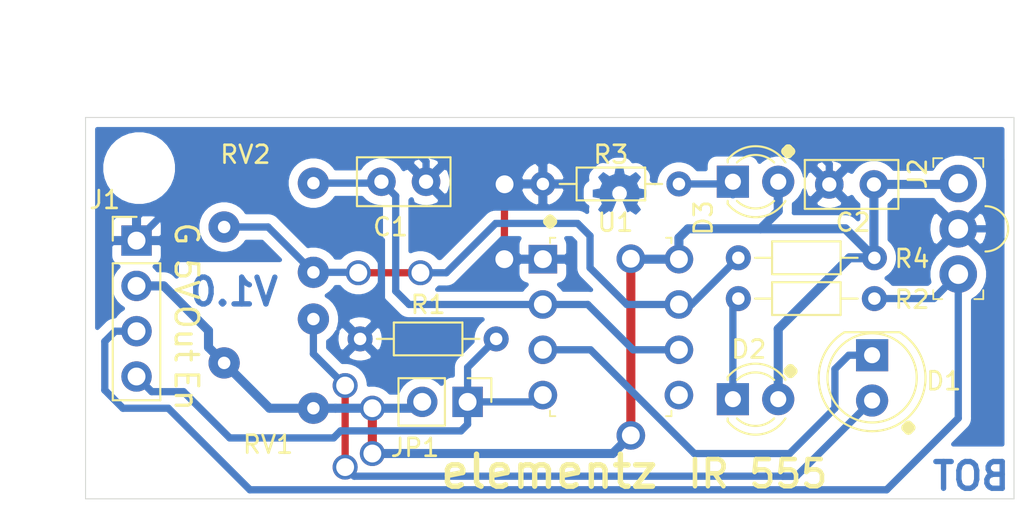
<source format=kicad_pcb>
(kicad_pcb (version 20171130) (host pcbnew 5.1.5-52549c5~86~ubuntu16.04.1)

  (general
    (thickness 1.6)
    (drawings 16)
    (tracks 142)
    (zones 0)
    (modules 18)
    (nets 11)
  )

  (page A4)
  (title_block
    (title "IR Sensor Module 555 V1.0 Model B")
    (date 2020-07-23)
    (rev V1.0)
    (company "Elementz Engineers Guild Pvt Ltd")
    (comment 1 "Verified by : Jerryl")
    (comment 2 "Drawn by : Anandu")
  )

  (layers
    (0 F.Cu signal)
    (31 B.Cu signal)
    (32 B.Adhes user hide)
    (33 F.Adhes user hide)
    (34 B.Paste user)
    (35 F.Paste user)
    (36 B.SilkS user)
    (37 F.SilkS user)
    (38 B.Mask user)
    (39 F.Mask user)
    (40 Dwgs.User user hide)
    (41 Cmts.User user hide)
    (42 Eco1.User user hide)
    (43 Eco2.User user hide)
    (44 Edge.Cuts user)
    (45 Margin user hide)
    (46 B.CrtYd user hide)
    (47 F.CrtYd user)
    (48 B.Fab user hide)
    (49 F.Fab user hide)
  )

  (setup
    (last_trace_width 0.4064)
    (trace_clearance 0.2)
    (zone_clearance 0.508)
    (zone_45_only no)
    (trace_min 0.2)
    (via_size 0.8)
    (via_drill 0.4)
    (via_min_size 0.4)
    (via_min_drill 0.3)
    (uvia_size 0.3)
    (uvia_drill 0.1)
    (uvias_allowed no)
    (uvia_min_size 0.2)
    (uvia_min_drill 0.1)
    (edge_width 0.05)
    (segment_width 0.2)
    (pcb_text_width 0.3)
    (pcb_text_size 1.5 1.5)
    (mod_edge_width 0.12)
    (mod_text_size 1 1)
    (mod_text_width 0.15)
    (pad_size 3 3)
    (pad_drill 3)
    (pad_to_mask_clearance 0.051)
    (solder_mask_min_width 0.25)
    (aux_axis_origin 0 0)
    (visible_elements FFFFFF7F)
    (pcbplotparams
      (layerselection 0x010fc_ffffffff)
      (usegerberextensions false)
      (usegerberattributes false)
      (usegerberadvancedattributes false)
      (creategerberjobfile false)
      (excludeedgelayer true)
      (linewidth 0.100000)
      (plotframeref false)
      (viasonmask false)
      (mode 1)
      (useauxorigin false)
      (hpglpennumber 1)
      (hpglpenspeed 20)
      (hpglpendiameter 15.000000)
      (psnegative false)
      (psa4output false)
      (plotreference true)
      (plotvalue false)
      (plotinvisibletext false)
      (padsonsilk false)
      (subtractmaskfromsilk false)
      (outputformat 1)
      (mirror false)
      (drillshape 0)
      (scaleselection 1)
      (outputdirectory "Gerber"))
  )

  (net 0 "")
  (net 1 GND)
  (net 2 "Net-(C1-Pad1)")
  (net 3 /+VCC)
  (net 4 "Net-(D1-Pad2)")
  (net 5 "Net-(D1-Pad1)")
  (net 6 "Net-(D2-Pad1)")
  (net 7 "Net-(D3-Pad1)")
  (net 8 /EN)
  (net 9 /OUT)
  (net 10 "Net-(R4-Pad1)")

  (net_class Default "This is the default net class."
    (clearance 0.2)
    (trace_width 0.4064)
    (via_dia 0.8)
    (via_drill 0.4)
    (uvia_dia 0.3)
    (uvia_drill 0.1)
    (add_net /EN)
    (add_net /OUT)
    (add_net GND)
    (add_net "Net-(C1-Pad1)")
    (add_net "Net-(D1-Pad1)")
    (add_net "Net-(D1-Pad2)")
    (add_net "Net-(D2-Pad1)")
    (add_net "Net-(D3-Pad1)")
    (add_net "Net-(R4-Pad1)")
  )

  (net_class vcc ""
    (clearance 0.2)
    (trace_width 0.508)
    (via_dia 0.8)
    (via_drill 0.4)
    (uvia_dia 0.3)
    (uvia_drill 0.1)
    (add_net /+VCC)
  )

  (module OSHW-logo:OSHW-logo_copper-back_3mm (layer B.Cu) (tedit 0) (tstamp 5FBD2F04)
    (at 128.905 102.108 180)
    (fp_text reference G*** (at 0 -1.59004) (layer B.SilkS) hide
      (effects (font (size 0.13462 0.13462) (thickness 0.0254)) (justify mirror))
    )
    (fp_text value OSHW-logo_copper-back_3mm (at 0 1.59004) (layer B.SilkS) hide
      (effects (font (size 0.13462 0.13462) (thickness 0.0254)) (justify mirror))
    )
    (fp_poly (pts (xy 0.90932 -1.3462) (xy 0.89154 -1.33858) (xy 0.85852 -1.31572) (xy 0.80772 -1.2827)
      (xy 0.7493 -1.2446) (xy 0.68834 -1.20396) (xy 0.64008 -1.17094) (xy 0.60452 -1.14808)
      (xy 0.59182 -1.14046) (xy 0.5842 -1.143) (xy 0.55626 -1.15824) (xy 0.51562 -1.17856)
      (xy 0.49022 -1.19126) (xy 0.45212 -1.2065) (xy 0.43434 -1.21158) (xy 0.4318 -1.2065)
      (xy 0.41656 -1.17602) (xy 0.39624 -1.12776) (xy 0.3683 -1.06172) (xy 0.33528 -0.98552)
      (xy 0.29972 -0.90424) (xy 0.2667 -0.82042) (xy 0.23368 -0.74168) (xy 0.2032 -0.66802)
      (xy 0.18034 -0.6096) (xy 0.1651 -0.56896) (xy 0.15748 -0.55118) (xy 0.16002 -0.54864)
      (xy 0.1778 -0.53086) (xy 0.21082 -0.50546) (xy 0.28194 -0.44704) (xy 0.35306 -0.36068)
      (xy 0.39624 -0.26162) (xy 0.40894 -0.14986) (xy 0.39878 -0.04826) (xy 0.35814 0.04826)
      (xy 0.28956 0.13716) (xy 0.20574 0.2032) (xy 0.10922 0.24384) (xy 0 0.25654)
      (xy -0.10414 0.24638) (xy -0.2032 0.20574) (xy -0.2921 0.1397) (xy -0.3302 0.09652)
      (xy -0.381 0.00508) (xy -0.41148 -0.0889) (xy -0.41402 -0.11176) (xy -0.40894 -0.21844)
      (xy -0.37846 -0.32004) (xy -0.32258 -0.40894) (xy -0.24638 -0.4826) (xy -0.23622 -0.49022)
      (xy -0.20066 -0.51816) (xy -0.17526 -0.53594) (xy -0.15748 -0.55118) (xy -0.2921 -0.87376)
      (xy -0.31242 -0.92456) (xy -0.35052 -1.01346) (xy -0.381 -1.08966) (xy -0.40894 -1.15062)
      (xy -0.42672 -1.19126) (xy -0.43434 -1.2065) (xy -0.44704 -1.20904) (xy -0.4699 -1.20142)
      (xy -0.51562 -1.17856) (xy -0.5461 -1.16332) (xy -0.57912 -1.14808) (xy -0.59436 -1.14046)
      (xy -0.6096 -1.14808) (xy -0.64262 -1.1684) (xy -0.68834 -1.20142) (xy -0.74676 -1.23952)
      (xy -0.80264 -1.27762) (xy -0.85344 -1.31064) (xy -0.889 -1.33604) (xy -0.90678 -1.34366)
      (xy -0.90932 -1.34366) (xy -0.9271 -1.33604) (xy -0.95504 -1.31064) (xy -0.99822 -1.27)
      (xy -1.06172 -1.20904) (xy -1.07188 -1.19888) (xy -1.12268 -1.14808) (xy -1.16332 -1.10236)
      (xy -1.19126 -1.07188) (xy -1.20142 -1.05918) (xy -1.19126 -1.0414) (xy -1.1684 -1.0033)
      (xy -1.13538 -0.9525) (xy -1.09474 -0.89154) (xy -0.98806 -0.7366) (xy -1.04648 -0.59182)
      (xy -1.06426 -0.5461) (xy -1.08712 -0.49022) (xy -1.1049 -0.45212) (xy -1.11252 -0.43434)
      (xy -1.1303 -0.42926) (xy -1.1684 -0.4191) (xy -1.22682 -0.40894) (xy -1.29794 -0.39624)
      (xy -1.36398 -0.38354) (xy -1.4224 -0.37084) (xy -1.46558 -0.36322) (xy -1.4859 -0.36068)
      (xy -1.49098 -0.3556) (xy -1.49352 -0.34798) (xy -1.49606 -0.32766) (xy -1.4986 -0.28956)
      (xy -1.4986 -0.23368) (xy -1.4986 -0.14986) (xy -1.4986 -0.14224) (xy -1.4986 -0.0635)
      (xy -1.49606 0) (xy -1.49352 0.0381) (xy -1.49098 0.05588) (xy -1.4732 0.06096)
      (xy -1.43002 0.06858) (xy -1.3716 0.08128) (xy -1.30048 0.09398) (xy -1.2954 0.09398)
      (xy -1.22428 0.10922) (xy -1.16586 0.12192) (xy -1.12268 0.12954) (xy -1.1049 0.13716)
      (xy -1.10236 0.14224) (xy -1.08712 0.17018) (xy -1.0668 0.21336) (xy -1.04394 0.2667)
      (xy -1.02108 0.32258) (xy -1.00076 0.37338) (xy -0.98806 0.40894) (xy -0.98298 0.42672)
      (xy -0.99314 0.4445) (xy -1.01854 0.48006) (xy -1.0541 0.53086) (xy -1.09474 0.59182)
      (xy -1.09728 0.5969) (xy -1.13792 0.65786) (xy -1.17094 0.70866) (xy -1.1938 0.74422)
      (xy -1.20142 0.75946) (xy -1.20142 0.762) (xy -1.18872 0.77978) (xy -1.15824 0.8128)
      (xy -1.11252 0.85852) (xy -1.06172 0.91186) (xy -1.04394 0.9271) (xy -0.98552 0.98552)
      (xy -0.94488 1.02108) (xy -0.91948 1.0414) (xy -0.90932 1.04648) (xy -0.90678 1.04648)
      (xy -0.889 1.03632) (xy -0.8509 1.01092) (xy -0.8001 0.97536) (xy -0.73914 0.93472)
      (xy -0.7366 0.93218) (xy -0.67564 0.89154) (xy -0.62484 0.85598) (xy -0.58928 0.83312)
      (xy -0.57404 0.8255) (xy -0.5715 0.8255) (xy -0.54864 0.83058) (xy -0.50546 0.84582)
      (xy -0.45212 0.86614) (xy -0.39624 0.889) (xy -0.34544 0.90932) (xy -0.30988 0.9271)
      (xy -0.2921 0.93726) (xy -0.28956 0.93726) (xy -0.28448 0.96012) (xy -0.27432 1.00584)
      (xy -0.26162 1.0668) (xy -0.24638 1.14046) (xy -0.24384 1.15062) (xy -0.23114 1.22428)
      (xy -0.22098 1.2827) (xy -0.21082 1.32334) (xy -0.20828 1.34112) (xy -0.19812 1.34112)
      (xy -0.16256 1.34366) (xy -0.10922 1.3462) (xy -0.04318 1.3462) (xy 0.02286 1.3462)
      (xy 0.0889 1.3462) (xy 0.14478 1.34366) (xy 0.18542 1.34112) (xy 0.2032 1.33604)
      (xy 0.20828 1.31318) (xy 0.21844 1.27) (xy 0.23114 1.2065) (xy 0.24638 1.13284)
      (xy 0.24892 1.12014) (xy 0.26162 1.04902) (xy 0.27432 0.9906) (xy 0.28194 0.94996)
      (xy 0.28702 0.93472) (xy 0.2921 0.93218) (xy 0.32258 0.91694) (xy 0.37084 0.89916)
      (xy 0.42926 0.87376) (xy 0.56642 0.81788) (xy 0.73406 0.93472) (xy 0.7493 0.94488)
      (xy 0.81026 0.98552) (xy 0.86106 1.01854) (xy 0.89662 1.0414) (xy 0.90932 1.04902)
      (xy 0.91186 1.04902) (xy 0.9271 1.03378) (xy 0.96012 1.0033) (xy 1.00584 0.95758)
      (xy 1.05918 0.90678) (xy 1.09982 0.86614) (xy 1.14554 0.82042) (xy 1.17348 0.7874)
      (xy 1.19126 0.76708) (xy 1.19634 0.75438) (xy 1.1938 0.74676) (xy 1.18364 0.72898)
      (xy 1.15824 0.69342) (xy 1.12522 0.64008) (xy 1.08458 0.58166) (xy 1.04902 0.53086)
      (xy 1.01346 0.47498) (xy 0.9906 0.43434) (xy 0.98044 0.41656) (xy 0.98298 0.4064)
      (xy 0.99568 0.37338) (xy 1.016 0.32512) (xy 1.0414 0.26416) (xy 1.09982 0.13208)
      (xy 1.18618 0.1143) (xy 1.23952 0.10414) (xy 1.31318 0.09144) (xy 1.3843 0.0762)
      (xy 1.49606 0.05588) (xy 1.4986 -0.34798) (xy 1.48082 -0.3556) (xy 1.46558 -0.36068)
      (xy 1.42494 -0.37084) (xy 1.36652 -0.381) (xy 1.29794 -0.3937) (xy 1.23698 -0.4064)
      (xy 1.17856 -0.41656) (xy 1.13538 -0.42418) (xy 1.1176 -0.42926) (xy 1.11252 -0.43434)
      (xy 1.09728 -0.46482) (xy 1.07696 -0.51054) (xy 1.0541 -0.56388) (xy 1.0287 -0.6223)
      (xy 1.00838 -0.6731) (xy 0.99314 -0.71374) (xy 0.98806 -0.73406) (xy 0.99568 -0.7493)
      (xy 1.01854 -0.78486) (xy 1.05156 -0.83566) (xy 1.0922 -0.89408) (xy 1.13284 -0.9525)
      (xy 1.16586 -1.0033) (xy 1.19126 -1.03886) (xy 1.19888 -1.05664) (xy 1.1938 -1.0668)
      (xy 1.17094 -1.09474) (xy 1.12776 -1.14046) (xy 1.06172 -1.2065) (xy 1.04902 -1.21666)
      (xy 0.99822 -1.26746) (xy 0.9525 -1.3081) (xy 0.92202 -1.33604) (xy 0.90932 -1.3462)) (layer B.Cu) (width 0.00254))
  )

  (module digikey-footprints:PinHeader_1x3_P2.54_Drill1.1mm (layer F.Cu) (tedit 5F239F6D) (tstamp 5F1836A7)
    (at 147.8788 106.7816 90)
    (path /5F19A3F5)
    (fp_text reference J2 (at 5.628003 -2.28 90) (layer F.SilkS)
      (effects (font (size 1 1) (thickness 0.15)))
    )
    (fp_text value HS0038B (at 2.54 3.81 90) (layer F.Fab)
      (effects (font (size 1 1) (thickness 0.15)))
    )
    (fp_line (start -1.27 -1.27) (end 6.35 -1.27) (layer F.Fab) (width 0.1))
    (fp_line (start 6.35 -1.27) (end 6.35 1.27) (layer F.Fab) (width 0.1))
    (fp_line (start -1.27 -1.27) (end -1.27 1.27) (layer F.Fab) (width 0.1))
    (fp_line (start -1.27 1.27) (end 6.35 1.27) (layer F.Fab) (width 0.1))
    (fp_line (start 6.5 -1.4) (end 6 -1.4) (layer F.SilkS) (width 0.1))
    (fp_line (start 6.5 -1.4) (end 6.5 -0.9) (layer F.SilkS) (width 0.1))
    (fp_line (start -1.4 -1.4) (end -0.9 -1.4) (layer F.SilkS) (width 0.1))
    (fp_line (start -1.4 -1.4) (end -1.4 -0.9) (layer F.SilkS) (width 0.1))
    (fp_line (start -1.4 1.4) (end -1.4 0.9) (layer F.SilkS) (width 0.1))
    (fp_line (start -1.4 1.4) (end -0.9 1.4) (layer F.SilkS) (width 0.1))
    (fp_line (start 6.5 1.4) (end 6 1.4) (layer F.SilkS) (width 0.1))
    (fp_line (start 6.5 1.4) (end 6.5 0.9) (layer F.SilkS) (width 0.1))
    (fp_line (start -1.52 -1.52) (end 6.6 -1.52) (layer F.CrtYd) (width 0.05))
    (fp_line (start -1.52 -1.52) (end -1.52 1.52) (layer F.CrtYd) (width 0.05))
    (fp_line (start 6.6 -1.52) (end 6.6 1.52) (layer F.CrtYd) (width 0.05))
    (fp_line (start -1.52 1.52) (end 6.6 1.52) (layer F.CrtYd) (width 0.05))
    (fp_arc (start 2.54 1.524) (end 1.27 1.524) (angle -180) (layer F.SilkS) (width 0.12))
    (pad 3 thru_hole circle (at 5.08 0 90) (size 2.1 2.1) (drill 1.1) (layers *.Cu *.Mask)
      (net 3 /+VCC))
    (pad 2 thru_hole circle (at 2.54 0 90) (size 2.1 2.1) (drill 1.1) (layers *.Cu *.Mask)
      (net 1 GND))
    (pad 1 thru_hole circle (at 0 0 90) (size 2.1 2.1) (drill 1.1) (layers *.Cu *.Mask)
      (net 9 /OUT))
  )

  (module MountingHole:MountingHole_3mm (layer F.Cu) (tedit 5F19507C) (tstamp 5F195561)
    (at 102 100.838)
    (descr "Mounting Hole 3mm, no annular")
    (tags "mounting hole 3mm no annular")
    (path /5F1A28AE)
    (attr virtual)
    (fp_text reference H2 (at 0 -4) (layer F.SilkS) hide
      (effects (font (size 1 1) (thickness 0.15)))
    )
    (fp_text value MountingHole (at 0 4) (layer F.Fab)
      (effects (font (size 1 1) (thickness 0.15)))
    )
    (fp_circle (center 0 0) (end 3 0) (layer Cmts.User) (width 0.15))
    (fp_text user %R (at 0.3 0) (layer F.Fab)
      (effects (font (size 1 1) (thickness 0.15)))
    )
    (pad 1 np_thru_hole circle (at 0 0) (size 3 3) (drill 3) (layers *.Cu *.Mask))
  )

  (module MountingHole:MountingHole_3mm (layer F.Cu) (tedit 5F19522B) (tstamp 5F195559)
    (at 97.282 94.488)
    (descr "Mounting Hole 3mm, no annular")
    (tags "mounting hole 3mm no annular")
    (path /5F1A21E8)
    (attr virtual)
    (fp_text reference H1 (at 0 -4) (layer F.SilkS) hide
      (effects (font (size 1 1) (thickness 0.15)))
    )
    (fp_text value MountingHole (at 0 4) (layer F.Fab)
      (effects (font (size 1 1) (thickness 0.15)))
    )
    (fp_circle (center 0 0) (end 3 0) (layer Cmts.User) (width 0.15))
    (fp_text user %R (at 0.3 0) (layer F.Fab)
      (effects (font (size 1 1) (thickness 0.15)))
    )
    (pad "" np_thru_hole circle (at 4.972 22.4) (size 3 3) (drill 3) (layers *.Cu *.Mask))
  )

  (module LED_THT:LED_D3.0mm (layer F.Cu) (tedit 587A3A7B) (tstamp 5F183465)
    (at 135.255 101.6)
    (descr "LED, diameter 3.0mm, 2 pins")
    (tags "LED diameter 3.0mm 2 pins")
    (path /5F18157E)
    (fp_text reference D3 (at -1.651 2.032 90) (layer F.SilkS)
      (effects (font (size 1 1) (thickness 0.15)))
    )
    (fp_text value "PWR LED" (at 1.27 2.96) (layer F.Fab)
      (effects (font (size 1 1) (thickness 0.15)))
    )
    (fp_line (start 3.7 -2.25) (end -1.15 -2.25) (layer F.CrtYd) (width 0.05))
    (fp_line (start 3.7 2.25) (end 3.7 -2.25) (layer F.CrtYd) (width 0.05))
    (fp_line (start -1.15 2.25) (end 3.7 2.25) (layer F.CrtYd) (width 0.05))
    (fp_line (start -1.15 -2.25) (end -1.15 2.25) (layer F.CrtYd) (width 0.05))
    (fp_line (start -0.29 1.08) (end -0.29 1.236) (layer F.SilkS) (width 0.12))
    (fp_line (start -0.29 -1.236) (end -0.29 -1.08) (layer F.SilkS) (width 0.12))
    (fp_line (start -0.23 -1.16619) (end -0.23 1.16619) (layer F.Fab) (width 0.1))
    (fp_circle (center 1.27 0) (end 2.77 0) (layer F.Fab) (width 0.1))
    (fp_arc (start 1.27 0) (end 0.229039 1.08) (angle -87.9) (layer F.SilkS) (width 0.12))
    (fp_arc (start 1.27 0) (end 0.229039 -1.08) (angle 87.9) (layer F.SilkS) (width 0.12))
    (fp_arc (start 1.27 0) (end -0.29 1.235516) (angle -108.8) (layer F.SilkS) (width 0.12))
    (fp_arc (start 1.27 0) (end -0.29 -1.235516) (angle 108.8) (layer F.SilkS) (width 0.12))
    (fp_arc (start 1.27 0) (end -0.23 -1.16619) (angle 284.3) (layer F.Fab) (width 0.1))
    (pad 2 thru_hole circle (at 2.54 0) (size 1.8 1.8) (drill 0.9) (layers *.Cu *.Mask)
      (net 3 /+VCC))
    (pad 1 thru_hole rect (at 0 0) (size 1.8 1.8) (drill 0.9) (layers *.Cu *.Mask)
      (net 7 "Net-(D3-Pad1)"))
    (model ${KISYS3DMOD}/LED_THT.3dshapes/LED_D3.0mm.wrl
      (at (xyz 0 0 0))
      (scale (xyz 1 1 1))
      (rotate (xyz 0 0 0))
    )
  )

  (module LED_THT:LED_D3.0mm (layer F.Cu) (tedit 587A3A7B) (tstamp 5F1721B7)
    (at 135.255 113.792)
    (descr "LED, diameter 3.0mm, 2 pins")
    (tags "LED diameter 3.0mm 2 pins")
    (path /5F1866CF)
    (fp_text reference D2 (at 0.889 -2.794) (layer F.SilkS)
      (effects (font (size 1 1) (thickness 0.15)))
    )
    (fp_text value "SENSE LED" (at 1.27 2.96) (layer F.Fab)
      (effects (font (size 1 1) (thickness 0.15)))
    )
    (fp_line (start 3.7 -2.25) (end -1.15 -2.25) (layer F.CrtYd) (width 0.05))
    (fp_line (start 3.7 2.25) (end 3.7 -2.25) (layer F.CrtYd) (width 0.05))
    (fp_line (start -1.15 2.25) (end 3.7 2.25) (layer F.CrtYd) (width 0.05))
    (fp_line (start -1.15 -2.25) (end -1.15 2.25) (layer F.CrtYd) (width 0.05))
    (fp_line (start -0.29 1.08) (end -0.29 1.236) (layer F.SilkS) (width 0.12))
    (fp_line (start -0.29 -1.236) (end -0.29 -1.08) (layer F.SilkS) (width 0.12))
    (fp_line (start -0.23 -1.16619) (end -0.23 1.16619) (layer F.Fab) (width 0.1))
    (fp_circle (center 1.27 0) (end 2.77 0) (layer F.Fab) (width 0.1))
    (fp_arc (start 1.27 0) (end 0.229039 1.08) (angle -87.9) (layer F.SilkS) (width 0.12))
    (fp_arc (start 1.27 0) (end 0.229039 -1.08) (angle 87.9) (layer F.SilkS) (width 0.12))
    (fp_arc (start 1.27 0) (end -0.29 1.235516) (angle -108.8) (layer F.SilkS) (width 0.12))
    (fp_arc (start 1.27 0) (end -0.29 -1.235516) (angle 108.8) (layer F.SilkS) (width 0.12))
    (fp_arc (start 1.27 0) (end -0.23 -1.16619) (angle 284.3) (layer F.Fab) (width 0.1))
    (pad 2 thru_hole circle (at 2.54 0) (size 1.8 1.8) (drill 0.9) (layers *.Cu *.Mask)
      (net 3 /+VCC))
    (pad 1 thru_hole rect (at 0 0) (size 1.8 1.8) (drill 0.9) (layers *.Cu *.Mask)
      (net 6 "Net-(D2-Pad1)"))
    (model ${KISYS3DMOD}/LED_THT.3dshapes/LED_D3.0mm.wrl
      (at (xyz 0 0 0))
      (scale (xyz 1 1 1))
      (rotate (xyz 0 0 0))
    )
  )

  (module Potentiometer_THT:Potentiometer_Bourns_3339P_Vertical_HandSoldering (layer F.Cu) (tedit 5F17D71B) (tstamp 5F172261)
    (at 111.76 114.3)
    (descr "Potentiometer, vertical, Bourns 3339P, hand-soldering, http://www.bourns.com/docs/Product-Datasheets/3339.pdf")
    (tags "Potentiometer vertical Bourns 3339P hand-soldering")
    (path /5F1CA57D)
    (fp_text reference RV1 (at -2.54 2.032) (layer F.SilkS)
      (effects (font (size 1 1) (thickness 0.15)))
    )
    (fp_text value 10K (at 0 2.52) (layer F.Fab)
      (effects (font (size 1 1) (thickness 0.15)))
    )
    (fp_text user %R (at -3.018 -2.54 90) (layer F.Fab)
      (effects (font (size 0.66 0.66) (thickness 0.15)))
    )
    (fp_line (start 1.016 -6.016) (end -6.016 -6.016) (layer F.CrtYd) (width 0.05))
    (fp_line (start 1.016 1.016) (end 1.016 -6.016) (layer F.CrtYd) (width 0.05))
    (fp_line (start -6.016 1.016) (end 1.016 1.016) (layer F.CrtYd) (width 0.05))
    (fp_line (start -6.016 -6.016) (end -6.016 1.016) (layer F.CrtYd) (width 0.05))
    (fp_line (start 0 -0.064) (end 0.001 -5.014) (layer F.Fab) (width 0.1))
    (fp_line (start 0 -0.064) (end 0.001 -5.014) (layer F.Fab) (width 0.1))
    (pad 1 thru_hole circle (at 0 0) (size 1.75 1.75) (drill 0.7) (layers *.Cu *.Mask)
      (net 3 /+VCC))
    (pad 2 thru_hole circle (at -5 -2.54) (size 1.75 1.75) (drill 0.7) (layers *.Cu *.Mask)
      (net 3 /+VCC))
    (pad 3 thru_hole circle (at 0 -5) (size 1.75 1.75) (drill 0.7) (layers *.Cu *.Mask)
      (net 4 "Net-(D1-Pad2)"))
    (model ${KISYS3DMOD}/Potentiometer_THT.3dshapes/Potentiometer_Bourns_3339P_Vertical.wrl
      (at (xyz 0 0 0))
      (scale (xyz 1 1 1))
      (rotate (xyz 0 0 0))
    )
  )

  (module Resistor_THT:R_Axial_DIN0204_L3.6mm_D1.6mm_P7.62mm_Horizontal (layer F.Cu) (tedit 5AE5139B) (tstamp 5F17223F)
    (at 132.2324 101.727 180)
    (descr "Resistor, Axial_DIN0204 series, Axial, Horizontal, pin pitch=7.62mm, 0.167W, length*diameter=3.6*1.6mm^2, http://cdn-reichelt.de/documents/datenblatt/B400/1_4W%23YAG.pdf")
    (tags "Resistor Axial_DIN0204 series Axial Horizontal pin pitch 7.62mm 0.167W length 3.6mm diameter 1.6mm")
    (path /5F170E35)
    (fp_text reference R3 (at 3.81 1.651) (layer F.SilkS)
      (effects (font (size 1 1) (thickness 0.15)))
    )
    (fp_text value 2K (at 3.81 1.92) (layer F.Fab)
      (effects (font (size 1 1) (thickness 0.15)))
    )
    (fp_text user %R (at 3.81 0) (layer F.Fab)
      (effects (font (size 0.72 0.72) (thickness 0.108)))
    )
    (fp_line (start 8.57 -1.05) (end -0.95 -1.05) (layer F.CrtYd) (width 0.05))
    (fp_line (start 8.57 1.05) (end 8.57 -1.05) (layer F.CrtYd) (width 0.05))
    (fp_line (start -0.95 1.05) (end 8.57 1.05) (layer F.CrtYd) (width 0.05))
    (fp_line (start -0.95 -1.05) (end -0.95 1.05) (layer F.CrtYd) (width 0.05))
    (fp_line (start 6.68 0) (end 5.73 0) (layer F.SilkS) (width 0.12))
    (fp_line (start 0.94 0) (end 1.89 0) (layer F.SilkS) (width 0.12))
    (fp_line (start 5.73 -0.92) (end 1.89 -0.92) (layer F.SilkS) (width 0.12))
    (fp_line (start 5.73 0.92) (end 5.73 -0.92) (layer F.SilkS) (width 0.12))
    (fp_line (start 1.89 0.92) (end 5.73 0.92) (layer F.SilkS) (width 0.12))
    (fp_line (start 1.89 -0.92) (end 1.89 0.92) (layer F.SilkS) (width 0.12))
    (fp_line (start 7.62 0) (end 5.61 0) (layer F.Fab) (width 0.1))
    (fp_line (start 0 0) (end 2.01 0) (layer F.Fab) (width 0.1))
    (fp_line (start 5.61 -0.8) (end 2.01 -0.8) (layer F.Fab) (width 0.1))
    (fp_line (start 5.61 0.8) (end 5.61 -0.8) (layer F.Fab) (width 0.1))
    (fp_line (start 2.01 0.8) (end 5.61 0.8) (layer F.Fab) (width 0.1))
    (fp_line (start 2.01 -0.8) (end 2.01 0.8) (layer F.Fab) (width 0.1))
    (pad 2 thru_hole oval (at 7.62 0 180) (size 1.4 1.4) (drill 0.7) (layers *.Cu *.Mask)
      (net 1 GND))
    (pad 1 thru_hole circle (at 0 0 180) (size 1.4 1.4) (drill 0.7) (layers *.Cu *.Mask)
      (net 7 "Net-(D3-Pad1)"))
    (model ${KISYS3DMOD}/Resistor_THT.3dshapes/R_Axial_DIN0204_L3.6mm_D1.6mm_P7.62mm_Horizontal.wrl
      (at (xyz 0 0 0))
      (scale (xyz 1 1 1))
      (rotate (xyz 0 0 0))
    )
  )

  (module digikey-footprints:DIP-8_W7.62mm (layer F.Cu) (tedit 5B86B3A2) (tstamp 5F1832D4)
    (at 124.6124 105.9434)
    (descr http://media.digikey.com/pdf/Data%20Sheets/Lite-On%20PDFs/6N137%20Series.pdf)
    (path /5F16E36A)
    (fp_text reference U1 (at 4.064 -2.0574) (layer F.SilkS)
      (effects (font (size 1 1) (thickness 0.15)))
    )
    (fp_text value NE555P (at 3.94 10.33) (layer F.Fab)
      (effects (font (size 1 1) (thickness 0.15)))
    )
    (fp_text user REF** (at 3.94 3.49) (layer F.Fab)
      (effects (font (size 1 1) (thickness 0.1)))
    )
    (fp_line (start 0.55 -1.04) (end 0.55 8.64) (layer F.Fab) (width 0.1))
    (fp_line (start 7.05 -1.04) (end 7.05 8.64) (layer F.Fab) (width 0.1))
    (fp_line (start 0.55 -1.04) (end 7.05 -1.04) (layer F.Fab) (width 0.1))
    (fp_line (start 0.55 8.64) (end 7.05 8.64) (layer F.Fab) (width 0.1))
    (fp_line (start 0.4 8.8) (end 0.7 8.8) (layer F.SilkS) (width 0.1))
    (fp_line (start 0.4 8.5) (end 0.4 8.8) (layer F.SilkS) (width 0.1))
    (fp_line (start 7.2 8.8) (end 6.9 8.8) (layer F.SilkS) (width 0.1))
    (fp_line (start 7.2 8.5) (end 7.2 8.8) (layer F.SilkS) (width 0.1))
    (fp_line (start 7.2 -1.2) (end 6.9 -1.2) (layer F.SilkS) (width 0.1))
    (fp_line (start 7.2 -0.9) (end 7.2 -1.2) (layer F.SilkS) (width 0.1))
    (fp_line (start 0.4 -1.2) (end 0.7 -1.2) (layer F.SilkS) (width 0.1))
    (fp_line (start 0.4 -0.9) (end 0.4 -1.2) (layer F.SilkS) (width 0.1))
    (fp_line (start -1.05 -1.29) (end 8.67 -1.29) (layer F.CrtYd) (width 0.1))
    (fp_line (start 8.67 -1.29) (end 8.67 8.89) (layer F.CrtYd) (width 0.1))
    (fp_line (start -1.05 -1.29) (end -1.05 8.89) (layer F.CrtYd) (width 0.1))
    (fp_line (start -1.05 8.89) (end 8.67 8.89) (layer F.CrtYd) (width 0.1))
    (pad 8 thru_hole circle (at 7.62 0) (size 1.6 1.6) (drill 1) (layers *.Cu *.Mask)
      (net 3 /+VCC))
    (pad 7 thru_hole circle (at 7.62 2.54) (size 1.6 1.6) (drill 1) (layers *.Cu *.Mask)
      (net 10 "Net-(R4-Pad1)"))
    (pad 6 thru_hole circle (at 7.62 5.08) (size 1.6 1.6) (drill 1) (layers *.Cu *.Mask)
      (net 2 "Net-(C1-Pad1)"))
    (pad 5 thru_hole circle (at 7.62 7.62) (size 1.6 1.6) (drill 1) (layers *.Cu *.Mask))
    (pad 4 thru_hole circle (at 0 7.62) (size 1.6 1.6) (drill 1) (layers *.Cu *.Mask)
      (net 8 /EN))
    (pad 3 thru_hole circle (at 0 5.08) (size 1.6 1.6) (drill 1) (layers *.Cu *.Mask)
      (net 5 "Net-(D1-Pad1)"))
    (pad 2 thru_hole circle (at 0 2.54) (size 1.6 1.6) (drill 1) (layers *.Cu *.Mask)
      (net 2 "Net-(C1-Pad1)"))
    (pad 1 thru_hole rect (at 0 0) (size 1.6 1.6) (drill 1) (layers *.Cu *.Mask)
      (net 1 GND))
    (model ${KISYS3DMOD}/Housings_DIP.3dshapes/DIP-8_W7.62mm.wrl
      (at (xyz 0 0 0))
      (scale (xyz 1 1 1))
      (rotate (xyz 0 0 0))
    )
  )

  (module Resistor_THT:R_Axial_DIN0204_L3.6mm_D1.6mm_P7.62mm_Horizontal (layer F.Cu) (tedit 5AE5139B) (tstamp 5F183CFE)
    (at 135.5598 105.8672)
    (descr "Resistor, Axial_DIN0204 series, Axial, Horizontal, pin pitch=7.62mm, 0.167W, length*diameter=3.6*1.6mm^2, http://cdn-reichelt.de/documents/datenblatt/B400/1_4W%23YAG.pdf")
    (tags "Resistor Axial_DIN0204 series Axial Horizontal pin pitch 7.62mm 0.167W length 3.6mm diameter 1.6mm")
    (path /5F171030)
    (fp_text reference R4 (at 9.7282 0.0508) (layer F.SilkS)
      (effects (font (size 1 1) (thickness 0.15)))
    )
    (fp_text value 22K (at 3.81 1.92) (layer F.Fab)
      (effects (font (size 1 1) (thickness 0.15)))
    )
    (fp_text user %R (at 3.81 0) (layer F.Fab)
      (effects (font (size 0.72 0.72) (thickness 0.108)))
    )
    (fp_line (start 8.57 -1.05) (end -0.95 -1.05) (layer F.CrtYd) (width 0.05))
    (fp_line (start 8.57 1.05) (end 8.57 -1.05) (layer F.CrtYd) (width 0.05))
    (fp_line (start -0.95 1.05) (end 8.57 1.05) (layer F.CrtYd) (width 0.05))
    (fp_line (start -0.95 -1.05) (end -0.95 1.05) (layer F.CrtYd) (width 0.05))
    (fp_line (start 6.68 0) (end 5.73 0) (layer F.SilkS) (width 0.12))
    (fp_line (start 0.94 0) (end 1.89 0) (layer F.SilkS) (width 0.12))
    (fp_line (start 5.73 -0.92) (end 1.89 -0.92) (layer F.SilkS) (width 0.12))
    (fp_line (start 5.73 0.92) (end 5.73 -0.92) (layer F.SilkS) (width 0.12))
    (fp_line (start 1.89 0.92) (end 5.73 0.92) (layer F.SilkS) (width 0.12))
    (fp_line (start 1.89 -0.92) (end 1.89 0.92) (layer F.SilkS) (width 0.12))
    (fp_line (start 7.62 0) (end 5.61 0) (layer F.Fab) (width 0.1))
    (fp_line (start 0 0) (end 2.01 0) (layer F.Fab) (width 0.1))
    (fp_line (start 5.61 -0.8) (end 2.01 -0.8) (layer F.Fab) (width 0.1))
    (fp_line (start 5.61 0.8) (end 5.61 -0.8) (layer F.Fab) (width 0.1))
    (fp_line (start 2.01 0.8) (end 5.61 0.8) (layer F.Fab) (width 0.1))
    (fp_line (start 2.01 -0.8) (end 2.01 0.8) (layer F.Fab) (width 0.1))
    (pad 2 thru_hole oval (at 7.62 0) (size 1.4 1.4) (drill 0.7) (layers *.Cu *.Mask)
      (net 3 /+VCC))
    (pad 1 thru_hole circle (at 0 0) (size 1.4 1.4) (drill 0.7) (layers *.Cu *.Mask)
      (net 10 "Net-(R4-Pad1)"))
    (model ${KISYS3DMOD}/Resistor_THT.3dshapes/R_Axial_DIN0204_L3.6mm_D1.6mm_P7.62mm_Horizontal.wrl
      (at (xyz 0 0 0))
      (scale (xyz 1 1 1))
      (rotate (xyz 0 0 0))
    )
  )

  (module Resistor_THT:R_Axial_DIN0204_L3.6mm_D1.6mm_P7.62mm_Horizontal (layer F.Cu) (tedit 5AE5139B) (tstamp 5F17222E)
    (at 135.5598 108.1532)
    (descr "Resistor, Axial_DIN0204 series, Axial, Horizontal, pin pitch=7.62mm, 0.167W, length*diameter=3.6*1.6mm^2, http://cdn-reichelt.de/documents/datenblatt/B400/1_4W%23YAG.pdf")
    (tags "Resistor Axial_DIN0204 series Axial Horizontal pin pitch 7.62mm 0.167W length 3.6mm diameter 1.6mm")
    (path /5F16FD9B)
    (fp_text reference R2 (at 9.7282 0.0508) (layer F.SilkS)
      (effects (font (size 1 1) (thickness 0.15)))
    )
    (fp_text value 2K (at 3.81 1.92) (layer F.Fab)
      (effects (font (size 1 1) (thickness 0.15)))
    )
    (fp_text user %R (at 3.81 0) (layer F.Fab)
      (effects (font (size 0.72 0.72) (thickness 0.108)))
    )
    (fp_line (start 8.57 -1.05) (end -0.95 -1.05) (layer F.CrtYd) (width 0.05))
    (fp_line (start 8.57 1.05) (end 8.57 -1.05) (layer F.CrtYd) (width 0.05))
    (fp_line (start -0.95 1.05) (end 8.57 1.05) (layer F.CrtYd) (width 0.05))
    (fp_line (start -0.95 -1.05) (end -0.95 1.05) (layer F.CrtYd) (width 0.05))
    (fp_line (start 6.68 0) (end 5.73 0) (layer F.SilkS) (width 0.12))
    (fp_line (start 0.94 0) (end 1.89 0) (layer F.SilkS) (width 0.12))
    (fp_line (start 5.73 -0.92) (end 1.89 -0.92) (layer F.SilkS) (width 0.12))
    (fp_line (start 5.73 0.92) (end 5.73 -0.92) (layer F.SilkS) (width 0.12))
    (fp_line (start 1.89 0.92) (end 5.73 0.92) (layer F.SilkS) (width 0.12))
    (fp_line (start 1.89 -0.92) (end 1.89 0.92) (layer F.SilkS) (width 0.12))
    (fp_line (start 7.62 0) (end 5.61 0) (layer F.Fab) (width 0.1))
    (fp_line (start 0 0) (end 2.01 0) (layer F.Fab) (width 0.1))
    (fp_line (start 5.61 -0.8) (end 2.01 -0.8) (layer F.Fab) (width 0.1))
    (fp_line (start 5.61 0.8) (end 5.61 -0.8) (layer F.Fab) (width 0.1))
    (fp_line (start 2.01 0.8) (end 5.61 0.8) (layer F.Fab) (width 0.1))
    (fp_line (start 2.01 -0.8) (end 2.01 0.8) (layer F.Fab) (width 0.1))
    (pad 2 thru_hole oval (at 7.62 0) (size 1.4 1.4) (drill 0.7) (layers *.Cu *.Mask)
      (net 9 /OUT))
    (pad 1 thru_hole circle (at 0 0) (size 1.4 1.4) (drill 0.7) (layers *.Cu *.Mask)
      (net 6 "Net-(D2-Pad1)"))
    (model ${KISYS3DMOD}/Resistor_THT.3dshapes/R_Axial_DIN0204_L3.6mm_D1.6mm_P7.62mm_Horizontal.wrl
      (at (xyz 0 0 0))
      (scale (xyz 1 1 1))
      (rotate (xyz 0 0 0))
    )
  )

  (module Resistor_THT:R_Axial_DIN0204_L3.6mm_D1.6mm_P7.62mm_Horizontal (layer F.Cu) (tedit 5AE5139B) (tstamp 5F17221D)
    (at 114.3762 110.4138)
    (descr "Resistor, Axial_DIN0204 series, Axial, Horizontal, pin pitch=7.62mm, 0.167W, length*diameter=3.6*1.6mm^2, http://cdn-reichelt.de/documents/datenblatt/B400/1_4W%23YAG.pdf")
    (tags "Resistor Axial_DIN0204 series Axial Horizontal pin pitch 7.62mm 0.167W length 3.6mm diameter 1.6mm")
    (path /5F1719FE)
    (fp_text reference R1 (at 3.81 -1.92) (layer F.SilkS)
      (effects (font (size 1 1) (thickness 0.15)))
    )
    (fp_text value 22K (at 3.81 1.92) (layer F.Fab)
      (effects (font (size 1 1) (thickness 0.15)))
    )
    (fp_text user %R (at 3.81 0) (layer F.Fab)
      (effects (font (size 0.72 0.72) (thickness 0.108)))
    )
    (fp_line (start 8.57 -1.05) (end -0.95 -1.05) (layer F.CrtYd) (width 0.05))
    (fp_line (start 8.57 1.05) (end 8.57 -1.05) (layer F.CrtYd) (width 0.05))
    (fp_line (start -0.95 1.05) (end 8.57 1.05) (layer F.CrtYd) (width 0.05))
    (fp_line (start -0.95 -1.05) (end -0.95 1.05) (layer F.CrtYd) (width 0.05))
    (fp_line (start 6.68 0) (end 5.73 0) (layer F.SilkS) (width 0.12))
    (fp_line (start 0.94 0) (end 1.89 0) (layer F.SilkS) (width 0.12))
    (fp_line (start 5.73 -0.92) (end 1.89 -0.92) (layer F.SilkS) (width 0.12))
    (fp_line (start 5.73 0.92) (end 5.73 -0.92) (layer F.SilkS) (width 0.12))
    (fp_line (start 1.89 0.92) (end 5.73 0.92) (layer F.SilkS) (width 0.12))
    (fp_line (start 1.89 -0.92) (end 1.89 0.92) (layer F.SilkS) (width 0.12))
    (fp_line (start 7.62 0) (end 5.61 0) (layer F.Fab) (width 0.1))
    (fp_line (start 0 0) (end 2.01 0) (layer F.Fab) (width 0.1))
    (fp_line (start 5.61 -0.8) (end 2.01 -0.8) (layer F.Fab) (width 0.1))
    (fp_line (start 5.61 0.8) (end 5.61 -0.8) (layer F.Fab) (width 0.1))
    (fp_line (start 2.01 0.8) (end 5.61 0.8) (layer F.Fab) (width 0.1))
    (fp_line (start 2.01 -0.8) (end 2.01 0.8) (layer F.Fab) (width 0.1))
    (pad 2 thru_hole oval (at 7.62 0) (size 1.4 1.4) (drill 0.7) (layers *.Cu *.Mask)
      (net 8 /EN))
    (pad 1 thru_hole circle (at 0 0) (size 1.4 1.4) (drill 0.7) (layers *.Cu *.Mask)
      (net 1 GND))
    (model ${KISYS3DMOD}/Resistor_THT.3dshapes/R_Axial_DIN0204_L3.6mm_D1.6mm_P7.62mm_Horizontal.wrl
      (at (xyz 0 0 0))
      (scale (xyz 1 1 1))
      (rotate (xyz 0 0 0))
    )
  )

  (module Capacitor_THT:C_Disc_D5.0mm_W2.5mm_P2.50mm (layer F.Cu) (tedit 5AE50EF0) (tstamp 5F172192)
    (at 143.1544 101.7524 180)
    (descr "C, Disc series, Radial, pin pitch=2.50mm, , diameter*width=5*2.5mm^2, Capacitor, http://cdn-reichelt.de/documents/datenblatt/B300/DS_KERKO_TC.pdf")
    (tags "C Disc series Radial pin pitch 2.50mm  diameter 5mm width 2.5mm Capacitor")
    (path /5F17F88D)
    (fp_text reference C2 (at 1.1684 -2.1336) (layer F.SilkS)
      (effects (font (size 1 1) (thickness 0.15)))
    )
    (fp_text value 0.1uF (at 1.25 2.5) (layer F.Fab)
      (effects (font (size 1 1) (thickness 0.15)))
    )
    (fp_text user %R (at 1.25 0) (layer F.Fab)
      (effects (font (size 1 1) (thickness 0.15)))
    )
    (fp_line (start 4 -1.5) (end -1.5 -1.5) (layer F.CrtYd) (width 0.05))
    (fp_line (start 4 1.5) (end 4 -1.5) (layer F.CrtYd) (width 0.05))
    (fp_line (start -1.5 1.5) (end 4 1.5) (layer F.CrtYd) (width 0.05))
    (fp_line (start -1.5 -1.5) (end -1.5 1.5) (layer F.CrtYd) (width 0.05))
    (fp_line (start 3.87 -1.37) (end 3.87 1.37) (layer F.SilkS) (width 0.12))
    (fp_line (start -1.37 -1.37) (end -1.37 1.37) (layer F.SilkS) (width 0.12))
    (fp_line (start -1.37 1.37) (end 3.87 1.37) (layer F.SilkS) (width 0.12))
    (fp_line (start -1.37 -1.37) (end 3.87 -1.37) (layer F.SilkS) (width 0.12))
    (fp_line (start 3.75 -1.25) (end -1.25 -1.25) (layer F.Fab) (width 0.1))
    (fp_line (start 3.75 1.25) (end 3.75 -1.25) (layer F.Fab) (width 0.1))
    (fp_line (start -1.25 1.25) (end 3.75 1.25) (layer F.Fab) (width 0.1))
    (fp_line (start -1.25 -1.25) (end -1.25 1.25) (layer F.Fab) (width 0.1))
    (pad 2 thru_hole circle (at 2.5 0 180) (size 1.6 1.6) (drill 0.8) (layers *.Cu *.Mask)
      (net 1 GND))
    (pad 1 thru_hole circle (at 0 0 180) (size 1.6 1.6) (drill 0.8) (layers *.Cu *.Mask)
      (net 3 /+VCC))
    (model ${KISYS3DMOD}/Capacitor_THT.3dshapes/C_Disc_D5.0mm_W2.5mm_P2.50mm.wrl
      (at (xyz 0 0 0))
      (scale (xyz 1 1 1))
      (rotate (xyz 0 0 0))
    )
  )

  (module Capacitor_THT:C_Disc_D5.0mm_W2.5mm_P2.50mm (layer F.Cu) (tedit 5AE50EF0) (tstamp 5F172181)
    (at 115.57 101.6)
    (descr "C, Disc series, Radial, pin pitch=2.50mm, , diameter*width=5*2.5mm^2, Capacitor, http://cdn-reichelt.de/documents/datenblatt/B300/DS_KERKO_TC.pdf")
    (tags "C Disc series Radial pin pitch 2.50mm  diameter 5mm width 2.5mm Capacitor")
    (path /5F175C74)
    (fp_text reference C1 (at 0.508 2.54) (layer F.SilkS)
      (effects (font (size 1 1) (thickness 0.15)))
    )
    (fp_text value 0.1uF (at 1.25 2.5) (layer F.Fab)
      (effects (font (size 1 1) (thickness 0.15)))
    )
    (fp_text user %R (at 1.25 0) (layer F.Fab)
      (effects (font (size 1 1) (thickness 0.15)))
    )
    (fp_line (start 4 -1.5) (end -1.5 -1.5) (layer F.CrtYd) (width 0.05))
    (fp_line (start 4 1.5) (end 4 -1.5) (layer F.CrtYd) (width 0.05))
    (fp_line (start -1.5 1.5) (end 4 1.5) (layer F.CrtYd) (width 0.05))
    (fp_line (start -1.5 -1.5) (end -1.5 1.5) (layer F.CrtYd) (width 0.05))
    (fp_line (start 3.87 -1.37) (end 3.87 1.37) (layer F.SilkS) (width 0.12))
    (fp_line (start -1.37 -1.37) (end -1.37 1.37) (layer F.SilkS) (width 0.12))
    (fp_line (start -1.37 1.37) (end 3.87 1.37) (layer F.SilkS) (width 0.12))
    (fp_line (start -1.37 -1.37) (end 3.87 -1.37) (layer F.SilkS) (width 0.12))
    (fp_line (start 3.75 -1.25) (end -1.25 -1.25) (layer F.Fab) (width 0.1))
    (fp_line (start 3.75 1.25) (end 3.75 -1.25) (layer F.Fab) (width 0.1))
    (fp_line (start -1.25 1.25) (end 3.75 1.25) (layer F.Fab) (width 0.1))
    (fp_line (start -1.25 -1.25) (end -1.25 1.25) (layer F.Fab) (width 0.1))
    (pad 2 thru_hole circle (at 2.5 0) (size 1.6 1.6) (drill 0.8) (layers *.Cu *.Mask)
      (net 1 GND))
    (pad 1 thru_hole circle (at 0 0) (size 1.6 1.6) (drill 0.8) (layers *.Cu *.Mask)
      (net 2 "Net-(C1-Pad1)"))
    (model ${KISYS3DMOD}/Capacitor_THT.3dshapes/C_Disc_D5.0mm_W2.5mm_P2.50mm.wrl
      (at (xyz 0 0 0))
      (scale (xyz 1 1 1))
      (rotate (xyz 0 0 0))
    )
  )

  (module Potentiometer_THT:Potentiometer_Bourns_3339P_Vertical_HandSoldering (layer F.Cu) (tedit 5F17D667) (tstamp 5F182E6A)
    (at 111.76 106.68)
    (descr "Potentiometer, vertical, Bourns 3339P, hand-soldering, http://www.bourns.com/docs/Product-Datasheets/3339.pdf")
    (tags "Potentiometer vertical Bourns 3339P hand-soldering")
    (path /5F182CF3)
    (fp_text reference RV2 (at -3.81 -6.604) (layer F.SilkS)
      (effects (font (size 1 1) (thickness 0.15)))
    )
    (fp_text value 10K (at 0 2.52) (layer F.Fab)
      (effects (font (size 1 1) (thickness 0.15)))
    )
    (fp_text user %R (at -3.018 -2.54 90) (layer F.Fab)
      (effects (font (size 0.66 0.66) (thickness 0.15)))
    )
    (fp_line (start 1.016 -6.016) (end -6.016 -6.016) (layer F.CrtYd) (width 0.05))
    (fp_line (start 1.016 1.016) (end 1.016 -6.016) (layer F.CrtYd) (width 0.05))
    (fp_line (start -6.016 1.016) (end 1.016 1.016) (layer F.CrtYd) (width 0.05))
    (fp_line (start -6.016 -6.016) (end -6.016 1.016) (layer F.CrtYd) (width 0.05))
    (fp_line (start 0 -0.064) (end 0.001 -5.014) (layer F.Fab) (width 0.1))
    (fp_line (start 0 -0.064) (end 0.001 -5.014) (layer F.Fab) (width 0.1))
    (pad 1 thru_hole circle (at 0 0) (size 1.75 1.75) (drill 0.7) (layers *.Cu *.Mask)
      (net 10 "Net-(R4-Pad1)"))
    (pad 2 thru_hole circle (at -5 -2.54) (size 1.75 1.75) (drill 0.7) (layers *.Cu *.Mask)
      (net 10 "Net-(R4-Pad1)"))
    (pad 3 thru_hole circle (at 0 -5) (size 1.75 1.75) (drill 0.7) (layers *.Cu *.Mask)
      (net 2 "Net-(C1-Pad1)"))
    (model ${KISYS3DMOD}/Potentiometer_THT.3dshapes/Potentiometer_Bourns_3339P_Vertical.wrl
      (at (xyz 0 0 0))
      (scale (xyz 1 1 1))
      (rotate (xyz 0 0 0))
    )
  )

  (module Connector_PinHeader_2.54mm:PinHeader_1x04_P2.54mm_Vertical (layer F.Cu) (tedit 5F180612) (tstamp 5F1721DF)
    (at 101.854 104.902)
    (descr "Through hole straight pin header, 1x04, 2.54mm pitch, single row")
    (tags "Through hole pin header THT 1x04 2.54mm single row")
    (path /5F1A5665)
    (fp_text reference J1 (at -1.778 -2.286) (layer F.SilkS)
      (effects (font (size 1 1) (thickness 0.15)))
    )
    (fp_text value 0022232041 (at 0 9.95) (layer F.Fab)
      (effects (font (size 1 1) (thickness 0.15)))
    )
    (fp_text user %R (at 0 3.81 90) (layer F.Fab)
      (effects (font (size 1 1) (thickness 0.15)))
    )
    (fp_line (start 1.8 -1.8) (end -1.8 -1.8) (layer F.CrtYd) (width 0.05))
    (fp_line (start 1.8 9.4) (end 1.8 -1.8) (layer F.CrtYd) (width 0.05))
    (fp_line (start -1.8 9.4) (end 1.8 9.4) (layer F.CrtYd) (width 0.05))
    (fp_line (start -1.8 -1.8) (end -1.8 9.4) (layer F.CrtYd) (width 0.05))
    (fp_line (start -1.33 -1.33) (end 0 -1.33) (layer F.SilkS) (width 0.12))
    (fp_line (start -1.33 0) (end -1.33 -1.33) (layer F.SilkS) (width 0.12))
    (fp_line (start -1.33 1.27) (end 1.33 1.27) (layer F.SilkS) (width 0.12))
    (fp_line (start 1.33 1.27) (end 1.33 8.95) (layer F.SilkS) (width 0.12))
    (fp_line (start -1.33 1.27) (end -1.33 8.95) (layer F.SilkS) (width 0.12))
    (fp_line (start -1.33 8.95) (end 1.33 8.95) (layer F.SilkS) (width 0.12))
    (fp_line (start -1.27 -0.635) (end -0.635 -1.27) (layer F.Fab) (width 0.1))
    (fp_line (start -1.27 8.89) (end -1.27 -0.635) (layer F.Fab) (width 0.1))
    (fp_line (start 1.27 8.89) (end -1.27 8.89) (layer F.Fab) (width 0.1))
    (fp_line (start 1.27 -1.27) (end 1.27 8.89) (layer F.Fab) (width 0.1))
    (fp_line (start -0.635 -1.27) (end 1.27 -1.27) (layer F.Fab) (width 0.1))
    (pad 4 thru_hole oval (at 0 7.62) (size 1.7 1.7) (drill 1) (layers *.Cu *.Mask)
      (net 8 /EN))
    (pad 3 thru_hole oval (at 0 5.08) (size 1.7 1.7) (drill 1) (layers *.Cu *.Mask)
      (net 9 /OUT))
    (pad 2 thru_hole oval (at 0 2.54) (size 1.7 1.7) (drill 1) (layers *.Cu *.Mask)
      (net 3 /+VCC))
    (pad 1 thru_hole rect (at 0 0) (size 1.7 1.7) (drill 1) (layers *.Cu *.Mask)
      (net 1 GND))
    (model ${KISYS3DMOD}/Connector_PinHeader_2.54mm.3dshapes/PinHeader_1x04_P2.54mm_Vertical.wrl
      (at (xyz 0 0 0))
      (scale (xyz 1 1 1))
      (rotate (xyz 0 0 0))
    )
  )

  (module Connector_PinHeader_2.54mm:PinHeader_1x02_P2.54mm_Vertical (layer F.Cu) (tedit 59FED5CC) (tstamp 5F17220C)
    (at 120.396 113.9444 270)
    (descr "Through hole straight pin header, 1x02, 2.54mm pitch, single row")
    (tags "Through hole pin header THT 1x02 2.54mm single row")
    (path /5F1CC2B9)
    (fp_text reference JP1 (at 2.5654 2.9464) (layer F.SilkS)
      (effects (font (size 1 1) (thickness 0.15)))
    )
    (fp_text value Jumper (at 0 4.87 90) (layer F.Fab)
      (effects (font (size 1 1) (thickness 0.15)))
    )
    (fp_text user %R (at 1.02 1.81) (layer F.Fab)
      (effects (font (size 1 1) (thickness 0.15)))
    )
    (fp_line (start 1.8 -1.8) (end -1.8 -1.8) (layer F.CrtYd) (width 0.05))
    (fp_line (start 1.8 4.35) (end 1.8 -1.8) (layer F.CrtYd) (width 0.05))
    (fp_line (start -1.8 4.35) (end 1.8 4.35) (layer F.CrtYd) (width 0.05))
    (fp_line (start -1.8 -1.8) (end -1.8 4.35) (layer F.CrtYd) (width 0.05))
    (fp_line (start -1.33 -1.33) (end 0 -1.33) (layer F.SilkS) (width 0.12))
    (fp_line (start -1.33 0) (end -1.33 -1.33) (layer F.SilkS) (width 0.12))
    (fp_line (start -1.33 1.27) (end 1.33 1.27) (layer F.SilkS) (width 0.12))
    (fp_line (start 1.33 1.27) (end 1.33 3.87) (layer F.SilkS) (width 0.12))
    (fp_line (start -1.33 1.27) (end -1.33 3.87) (layer F.SilkS) (width 0.12))
    (fp_line (start -1.33 3.87) (end 1.33 3.87) (layer F.SilkS) (width 0.12))
    (fp_line (start -1.27 -0.635) (end -0.635 -1.27) (layer F.Fab) (width 0.1))
    (fp_line (start -1.27 3.81) (end -1.27 -0.635) (layer F.Fab) (width 0.1))
    (fp_line (start 1.27 3.81) (end -1.27 3.81) (layer F.Fab) (width 0.1))
    (fp_line (start 1.27 -1.27) (end 1.27 3.81) (layer F.Fab) (width 0.1))
    (fp_line (start -0.635 -1.27) (end 1.27 -1.27) (layer F.Fab) (width 0.1))
    (pad 2 thru_hole oval (at 0 2.54 270) (size 1.7 1.7) (drill 1) (layers *.Cu *.Mask)
      (net 3 /+VCC))
    (pad 1 thru_hole rect (at 0 0 270) (size 1.7 1.7) (drill 1) (layers *.Cu *.Mask)
      (net 8 /EN))
    (model ${KISYS3DMOD}/Connector_PinHeader_2.54mm.3dshapes/PinHeader_1x02_P2.54mm_Vertical.wrl
      (at (xyz 0 0 0))
      (scale (xyz 1 1 1))
      (rotate (xyz 0 0 0))
    )
  )

  (module LED_THT:LED_D5.0mm (layer F.Cu) (tedit 5995936A) (tstamp 5F1721A4)
    (at 143.0528 111.3282 270)
    (descr "LED, diameter 5.0mm, 2 pins, http://cdn-reichelt.de/documents/datenblatt/A500/LL-504BC2E-009.pdf")
    (tags "LED diameter 5.0mm 2 pins")
    (path /5F1BD2BE)
    (fp_text reference D1 (at 1.4478 -4.0132 180) (layer F.SilkS)
      (effects (font (size 1 1) (thickness 0.15)))
    )
    (fp_text value "IR LED" (at 1.27 3.96 90) (layer F.Fab)
      (effects (font (size 1 1) (thickness 0.15)))
    )
    (fp_text user %R (at 1.25 0 90) (layer F.Fab)
      (effects (font (size 0.8 0.8) (thickness 0.2)))
    )
    (fp_line (start 4.5 -3.25) (end -1.95 -3.25) (layer F.CrtYd) (width 0.05))
    (fp_line (start 4.5 3.25) (end 4.5 -3.25) (layer F.CrtYd) (width 0.05))
    (fp_line (start -1.95 3.25) (end 4.5 3.25) (layer F.CrtYd) (width 0.05))
    (fp_line (start -1.95 -3.25) (end -1.95 3.25) (layer F.CrtYd) (width 0.05))
    (fp_line (start -1.29 -1.545) (end -1.29 1.545) (layer F.SilkS) (width 0.12))
    (fp_line (start -1.23 -1.469694) (end -1.23 1.469694) (layer F.Fab) (width 0.1))
    (fp_circle (center 1.27 0) (end 3.77 0) (layer F.SilkS) (width 0.12))
    (fp_circle (center 1.27 0) (end 3.77 0) (layer F.Fab) (width 0.1))
    (fp_arc (start 1.27 0) (end -1.29 1.54483) (angle -148.9) (layer F.SilkS) (width 0.12))
    (fp_arc (start 1.27 0) (end -1.29 -1.54483) (angle 148.9) (layer F.SilkS) (width 0.12))
    (fp_arc (start 1.27 0) (end -1.23 -1.469694) (angle 299.1) (layer F.Fab) (width 0.1))
    (pad 2 thru_hole circle (at 2.54 0 270) (size 1.8 1.8) (drill 0.9) (layers *.Cu *.Mask)
      (net 4 "Net-(D1-Pad2)"))
    (pad 1 thru_hole rect (at 0 0 270) (size 1.8 1.8) (drill 0.9) (layers *.Cu *.Mask)
      (net 5 "Net-(D1-Pad1)"))
    (model ${KISYS3DMOD}/LED_THT.3dshapes/LED_D5.0mm.wrl
      (at (xyz 0 0 0))
      (scale (xyz 1 1 1))
      (rotate (xyz 0 0 0))
    )
  )

  (gr_text . (at 145.0848 114.173) (layer F.SilkS) (tstamp 5F23BD45)
    (effects (font (size 3 3) (thickness 0.5)))
  )
  (gr_text . (at 138.4808 110.998) (layer F.SilkS) (tstamp 5F23BC89)
    (effects (font (size 3 3) (thickness 0.5)))
  )
  (gr_text . (at 138.3538 98.679) (layer F.SilkS) (tstamp 5F23BC89)
    (effects (font (size 3 3) (thickness 0.5)))
  )
  (gr_text "IR 555" (at 136.652 117.983) (layer F.SilkS)
    (effects (font (size 1.524 1.524) (thickness 0.254)))
  )
  (gr_text V1.0 (at 107.315 107.7722) (layer B.Cu)
    (effects (font (size 1.5 1.5) (thickness 0.3)) (justify mirror))
  )
  (gr_text elementz (at 124.968 117.856) (layer F.SilkS)
    (effects (font (size 1.8 1.8) (thickness 0.3)))
  )
  (gr_text . (at 125.0188 102.616) (layer F.SilkS)
    (effects (font (size 3 3) (thickness 0.5)))
  )
  (gr_text BOT (at 148.59 118.11) (layer B.Cu)
    (effects (font (size 1.5 1.5) (thickness 0.3)) (justify mirror))
  )
  (gr_text 5V (at 104.648 107.061 270) (layer F.SilkS)
    (effects (font (size 1.27 1.27) (thickness 0.1778)))
  )
  (gr_text Out (at 104.648 110.109 270) (layer F.SilkS)
    (effects (font (size 1.27 1.27) (thickness 0.1778)))
  )
  (gr_text "G\n" (at 104.648 104.521 270) (layer F.SilkS)
    (effects (font (size 1.27 1.27) (thickness 0.1778)))
  )
  (gr_text En (at 104.648 113.284 270) (layer F.SilkS)
    (effects (font (size 1.27 1.27) (thickness 0.1778)))
  )
  (gr_line (start 99 119.38) (end 99 98) (layer Edge.Cuts) (width 0.05) (tstamp 5F172047))
  (gr_line (start 151 119.38) (end 99 119.38) (layer Edge.Cuts) (width 0.05))
  (gr_line (start 151 98) (end 151 119.38) (layer Edge.Cuts) (width 0.05))
  (gr_line (start 99 98) (end 151 98) (layer Edge.Cuts) (width 0.05) (tstamp 5F180EED))

  (segment (start 149.606 104.2416) (end 147.8788 104.2416) (width 0.4064) (layer B.Cu) (net 1))
  (segment (start 149.33921 99.42821) (end 150.2664 100.3554) (width 0.4064) (layer B.Cu) (net 1))
  (segment (start 150.2664 100.3554) (end 150.2664 103.5812) (width 0.4064) (layer B.Cu) (net 1))
  (segment (start 150.2664 103.5812) (end 149.606 104.2416) (width 0.4064) (layer B.Cu) (net 1))
  (segment (start 117.02958 99.42821) (end 116.967 99.42821) (width 0.4064) (layer B.Cu) (net 1))
  (segment (start 118.07 101.6) (end 118.07 100.46863) (width 0.4064) (layer B.Cu) (net 1))
  (segment (start 118.07 100.46863) (end 117.02958 99.42821) (width 0.4064) (layer B.Cu) (net 1))
  (segment (start 123.316349 99.441) (end 123.0376 99.441) (width 0.4064) (layer B.Cu) (net 1))
  (segment (start 124.6124 100.737051) (end 123.316349 99.441) (width 0.4064) (layer B.Cu) (net 1))
  (segment (start 124.6124 101.727) (end 124.6124 100.737051) (width 0.4064) (layer B.Cu) (net 1))
  (segment (start 123.0376 99.441) (end 149.33921 99.42821) (width 0.4064) (layer B.Cu) (net 1))
  (segment (start 140.6544 101.7524) (end 140.6544 100.62103) (width 0.4064) (layer B.Cu) (net 1))
  (segment (start 139.46158 99.42821) (end 139.3698 99.42821) (width 0.4064) (layer B.Cu) (net 1))
  (segment (start 140.6544 100.62103) (end 139.46158 99.42821) (width 0.4064) (layer B.Cu) (net 1))
  (segment (start 108.36901 99.42821) (end 108.331 99.42821) (width 0.4064) (layer B.Cu) (net 1))
  (segment (start 124.6124 105.9434) (end 122.4534 105.9434) (width 0.4064) (layer B.Cu) (net 1))
  (via (at 122.4534 105.9434) (size 1.4) (drill 1) (layers F.Cu B.Cu) (net 1))
  (via (at 122.468336 101.744975) (size 1.4) (drill 1) (layers F.Cu B.Cu) (net 1))
  (segment (start 122.4534 101.8794) (end 122.468336 101.864464) (width 0.4064) (layer F.Cu) (net 1))
  (segment (start 122.468336 101.864464) (end 122.468336 101.744975) (width 0.4064) (layer F.Cu) (net 1))
  (segment (start 122.4534 105.9434) (end 122.468336 101.744975) (width 0.4064) (layer F.Cu) (net 1))
  (segment (start 122.486311 101.727) (end 122.468336 101.744975) (width 0.4064) (layer B.Cu) (net 1))
  (segment (start 124.6124 101.727) (end 122.486311 101.727) (width 0.4064) (layer B.Cu) (net 1))
  (segment (start 107.32779 99.42821) (end 108.36901 99.42821) (width 0.4064) (layer B.Cu) (net 1))
  (segment (start 101.854 104.902) (end 107.32779 99.42821) (width 0.4064) (layer B.Cu) (net 1))
  (segment (start 108.36901 99.42821) (end 117.02958 99.42821) (width 0.4064) (layer B.Cu) (net 1))
  (segment (start 123.02481 99.42821) (end 123.0376 99.441) (width 0.4064) (layer B.Cu) (net 1))
  (segment (start 117.02958 99.42821) (end 123.02481 99.42821) (width 0.4064) (layer B.Cu) (net 1))
  (segment (start 115.57 109.22) (end 114.3762 110.4138) (width 0.4064) (layer B.Cu) (net 1))
  (segment (start 108.36901 99.42821) (end 109.4994 100.5586) (width 0.4064) (layer B.Cu) (net 1))
  (segment (start 109.4994 101.8794) (end 111.252 103.632) (width 0.4064) (layer B.Cu) (net 1))
  (segment (start 109.4994 100.5586) (end 109.4994 101.8794) (width 0.4064) (layer B.Cu) (net 1))
  (segment (start 111.252 103.632) (end 114.3 103.632) (width 0.4064) (layer B.Cu) (net 1))
  (segment (start 114.3 103.632) (end 115.57 104.902) (width 0.4064) (layer B.Cu) (net 1))
  (segment (start 115.57 104.902) (end 115.57 109.22) (width 0.4064) (layer B.Cu) (net 1))
  (segment (start 115.49 101.68) (end 115.57 101.6) (width 0.4064) (layer B.Cu) (net 2))
  (segment (start 111.76 101.68) (end 115.49 101.68) (width 0.4064) (layer B.Cu) (net 2))
  (segment (start 124.6124 108.4834) (end 127.127 108.4834) (width 0.4064) (layer B.Cu) (net 2))
  (segment (start 129.667 111.0234) (end 132.2324 111.0234) (width 0.4064) (layer B.Cu) (net 2))
  (segment (start 127.127 108.4834) (end 129.667 111.0234) (width 0.4064) (layer B.Cu) (net 2))
  (segment (start 124.6124 108.4834) (end 117.7544 108.4834) (width 0.4064) (layer B.Cu) (net 2))
  (segment (start 116.369999 102.399999) (end 116.369999 107.733999) (width 0.4064) (layer B.Cu) (net 2))
  (segment (start 115.57 101.6) (end 116.369999 102.399999) (width 0.4064) (layer B.Cu) (net 2))
  (segment (start 117.1194 108.4834) (end 117.7544 108.4834) (width 0.4064) (layer B.Cu) (net 2))
  (segment (start 116.369999 107.733999) (end 117.1194 108.4834) (width 0.4064) (layer B.Cu) (net 2))
  (segment (start 112.1156 113.9444) (end 111.76 114.3) (width 0.508) (layer B.Cu) (net 3))
  (segment (start 109.3 114.3) (end 111.76 114.3) (width 0.508) (layer B.Cu) (net 3))
  (segment (start 106.76 111.76) (end 109.3 114.3) (width 0.508) (layer B.Cu) (net 3))
  (segment (start 147.828 101.7524) (end 147.8788 101.7016) (width 0.508) (layer B.Cu) (net 3))
  (segment (start 143.1544 101.7524) (end 147.828 101.7524) (width 0.508) (layer B.Cu) (net 3))
  (segment (start 143.1544 105.8418) (end 143.1798 105.8672) (width 0.508) (layer B.Cu) (net 3))
  (segment (start 143.1544 101.7524) (end 143.1544 105.8418) (width 0.508) (layer B.Cu) (net 3))
  (segment (start 132.2324 105.9434) (end 132.2324 104.7496) (width 0.508) (layer B.Cu) (net 3))
  (segment (start 132.2324 104.7496) (end 132.7404 104.2416) (width 0.508) (layer B.Cu) (net 3))
  (segment (start 137.795 101.6) (end 137.795 103.251) (width 0.508) (layer B.Cu) (net 3))
  (segment (start 136.8044 104.2416) (end 132.7404 104.2416) (width 0.508) (layer B.Cu) (net 3))
  (segment (start 137.795 103.251) (end 136.8044 104.2416) (width 0.508) (layer B.Cu) (net 3))
  (segment (start 141.5542 104.2416) (end 143.1798 105.8672) (width 0.508) (layer B.Cu) (net 3))
  (segment (start 136.8044 104.2416) (end 141.5542 104.2416) (width 0.508) (layer B.Cu) (net 3))
  (via (at 129.54 105.918) (size 1.6) (drill 1) (layers F.Cu B.Cu) (net 3))
  (segment (start 132.2324 105.9434) (end 129.5654 105.9434) (width 0.508) (layer B.Cu) (net 3))
  (segment (start 129.5654 105.9434) (end 129.54 105.918) (width 0.508) (layer B.Cu) (net 3))
  (segment (start 129.54 105.918) (end 129.54 115.824) (width 0.508) (layer F.Cu) (net 3))
  (via (at 129.54 115.824) (size 1.6) (drill 1) (layers F.Cu B.Cu) (net 3))
  (segment (start 111.76 114.3) (end 112.997436 114.3) (width 0.508) (layer B.Cu) (net 3))
  (via (at 115.062 114.3) (size 1.4) (drill 1) (layers F.Cu B.Cu) (net 3))
  (segment (start 112.997436 114.3) (end 113.679922 114.3) (width 0.508) (layer B.Cu) (net 3))
  (segment (start 113.679922 114.3) (end 114.808 114.3) (width 0.508) (layer B.Cu) (net 3))
  (via (at 115.062 116.84) (size 1.4) (drill 1) (layers F.Cu B.Cu) (net 3))
  (segment (start 101.854 107.442) (end 103.378 107.442) (width 0.508) (layer B.Cu) (net 3))
  (segment (start 105.885001 109.949001) (end 103.378 107.442) (width 0.508) (layer B.Cu) (net 3))
  (segment (start 105.885001 110.885001) (end 105.885001 109.949001) (width 0.508) (layer B.Cu) (net 3))
  (segment (start 106.76 111.76) (end 105.885001 110.885001) (width 0.508) (layer B.Cu) (net 3))
  (segment (start 141.7828 105.8672) (end 143.1798 105.8672) (width 0.508) (layer B.Cu) (net 3))
  (segment (start 137.795 113.792) (end 137.795 109.855) (width 0.508) (layer B.Cu) (net 3))
  (segment (start 137.795 109.855) (end 141.7828 105.8672) (width 0.508) (layer B.Cu) (net 3))
  (segment (start 115.062 114.3) (end 115.062 116.84) (width 0.508) (layer F.Cu) (net 3))
  (segment (start 128.524 116.84) (end 129.54 115.824) (width 0.508) (layer B.Cu) (net 3))
  (segment (start 115.062 116.84) (end 128.524 116.84) (width 0.508) (layer B.Cu) (net 3))
  (segment (start 117.5004 114.3) (end 117.856 113.9444) (width 0.508) (layer B.Cu) (net 3))
  (segment (start 115.062 114.3) (end 117.5004 114.3) (width 0.508) (layer B.Cu) (net 3))
  (via (at 113.538 117.602) (size 1.4) (drill 1) (layers F.Cu B.Cu) (net 4))
  (via (at 113.538 113.03) (size 1.4) (drill 1) (layers F.Cu B.Cu) (net 4))
  (segment (start 113.538 113.03) (end 113.538 117.856) (width 0.4064) (layer F.Cu) (net 4))
  (segment (start 111.76 111.252) (end 113.538 113.03) (width 0.4064) (layer B.Cu) (net 4))
  (segment (start 111.76 109.3) (end 111.76 111.252) (width 0.4064) (layer B.Cu) (net 4))
  (segment (start 113.538 117.602) (end 113.792 117.602) (width 0.4064) (layer B.Cu) (net 4))
  (segment (start 143.0528 113.8682) (end 138.811 118.11) (width 0.4064) (layer B.Cu) (net 4))
  (segment (start 138.811 118.11) (end 138.049 118.11) (width 0.4064) (layer B.Cu) (net 4))
  (segment (start 138.049 118.11) (end 138.557 118.11) (width 0.4064) (layer B.Cu) (net 4))
  (segment (start 114.046 118.11) (end 113.538 117.602) (width 0.4064) (layer B.Cu) (net 4))
  (segment (start 138.049 118.11) (end 114.046 118.11) (width 0.4064) (layer B.Cu) (net 4))
  (segment (start 141.7464 111.3282) (end 143.0528 111.3282) (width 0.4064) (layer B.Cu) (net 5))
  (segment (start 133.096 116.84) (end 138.43 116.84) (width 0.4064) (layer B.Cu) (net 5))
  (segment (start 124.6124 111.0234) (end 127.2794 111.0234) (width 0.4064) (layer B.Cu) (net 5))
  (segment (start 140.97 114.3) (end 140.97 112.1046) (width 0.4064) (layer B.Cu) (net 5))
  (segment (start 127.2794 111.0234) (end 133.096 116.84) (width 0.4064) (layer B.Cu) (net 5))
  (segment (start 138.43 116.84) (end 140.97 114.3) (width 0.4064) (layer B.Cu) (net 5))
  (segment (start 140.97 112.1046) (end 141.7464 111.3282) (width 0.4064) (layer B.Cu) (net 5))
  (segment (start 135.255 108.458) (end 135.5598 108.1532) (width 0.4064) (layer B.Cu) (net 6))
  (segment (start 135.255 113.792) (end 135.255 108.458) (width 0.4064) (layer B.Cu) (net 6))
  (segment (start 134.6454 101.727) (end 135.255 102.3366) (width 0.4064) (layer B.Cu) (net 7))
  (segment (start 132.2324 101.727) (end 134.6454 101.727) (width 0.4064) (layer B.Cu) (net 7))
  (segment (start 102.703999 113.371999) (end 104.481999 113.371999) (width 0.4064) (layer B.Cu) (net 8))
  (segment (start 101.854 112.522) (end 102.703999 113.371999) (width 0.4064) (layer B.Cu) (net 8))
  (segment (start 104.481999 113.371999) (end 107.07538 115.96538) (width 0.4064) (layer B.Cu) (net 8))
  (segment (start 112.88862 115.96538) (end 107.07538 115.96538) (width 0.4064) (layer B.Cu) (net 8))
  (segment (start 113.284 115.57) (end 112.88862 115.96538) (width 0.4064) (layer B.Cu) (net 8))
  (segment (start 120.0268 115.57) (end 120.396 115.2008) (width 0.4064) (layer B.Cu) (net 8))
  (segment (start 120.396 115.2008) (end 120.396 113.9444) (width 0.4064) (layer B.Cu) (net 8))
  (segment (start 113.284 115.57) (end 120.0268 115.57) (width 0.4064) (layer B.Cu) (net 8))
  (segment (start 120.396 112.014) (end 121.9962 110.4138) (width 0.4064) (layer B.Cu) (net 8))
  (segment (start 120.396 113.9444) (end 120.396 112.014) (width 0.4064) (layer B.Cu) (net 8))
  (segment (start 124.2314 113.9444) (end 124.6124 113.5634) (width 0.4064) (layer B.Cu) (net 8))
  (segment (start 120.396 113.9444) (end 124.2314 113.9444) (width 0.4064) (layer B.Cu) (net 8))
  (segment (start 146.5072 108.1532) (end 143.1798 108.1532) (width 0.4064) (layer B.Cu) (net 9))
  (segment (start 147.8788 106.7816) (end 146.5072 108.1532) (width 0.4064) (layer B.Cu) (net 9))
  (segment (start 143.8656 118.872) (end 147.8788 114.8588) (width 0.4064) (layer B.Cu) (net 9))
  (segment (start 147.8788 114.8588) (end 147.8788 106.7816) (width 0.4064) (layer B.Cu) (net 9))
  (segment (start 100.651919 109.982) (end 100.076 110.557919) (width 0.4064) (layer B.Cu) (net 9))
  (segment (start 101.854 109.982) (end 100.651919 109.982) (width 0.4064) (layer B.Cu) (net 9))
  (segment (start 100.076 110.557919) (end 100.076 113.284) (width 0.4064) (layer B.Cu) (net 9))
  (segment (start 100.076 113.284) (end 101.092 114.3) (width 0.4064) (layer B.Cu) (net 9))
  (segment (start 101.092 114.3) (end 103.632 114.3) (width 0.4064) (layer B.Cu) (net 9))
  (segment (start 103.632 114.3) (end 108.204 118.872) (width 0.4064) (layer B.Cu) (net 9))
  (segment (start 108.204 118.872) (end 143.8656 118.872) (width 0.4064) (layer B.Cu) (net 9))
  (segment (start 109.22 104.14) (end 111.76 106.68) (width 0.4064) (layer B.Cu) (net 10))
  (segment (start 106.76 104.14) (end 109.22 104.14) (width 0.4064) (layer B.Cu) (net 10))
  (segment (start 132.9436 108.4834) (end 132.2324 108.4834) (width 0.4064) (layer B.Cu) (net 10))
  (segment (start 135.5598 105.8672) (end 132.9436 108.4834) (width 0.4064) (layer B.Cu) (net 10))
  (via (at 114.2746 106.7054) (size 1.4) (drill 1) (layers F.Cu B.Cu) (net 10))
  (segment (start 111.76 106.68) (end 114.2492 106.68) (width 0.4064) (layer B.Cu) (net 10))
  (segment (start 114.2492 106.68) (end 114.2746 106.7054) (width 0.4064) (layer B.Cu) (net 10))
  (segment (start 114.2746 106.7054) (end 117.7544 106.7054) (width 0.4064) (layer F.Cu) (net 10))
  (segment (start 119.2022 106.7054) (end 117.7544 106.7054) (width 0.4064) (layer B.Cu) (net 10))
  (segment (start 126.55443 103.9368) (end 121.9708 103.9368) (width 0.4064) (layer B.Cu) (net 10))
  (segment (start 121.9708 103.9368) (end 119.2022 106.7054) (width 0.4064) (layer B.Cu) (net 10))
  (via (at 117.7544 106.7054) (size 1.4) (drill 1) (layers F.Cu B.Cu) (net 10))
  (segment (start 132.2324 108.4834) (end 129.3114 108.4834) (width 0.4064) (layer B.Cu) (net 10))
  (segment (start 129.3114 108.4834) (end 127.254 106.426) (width 0.4064) (layer B.Cu) (net 10))
  (segment (start 127.254 104.63637) (end 126.55443 103.9368) (width 0.4064) (layer B.Cu) (net 10))
  (segment (start 127.254 106.426) (end 127.254 104.63637) (width 0.4064) (layer B.Cu) (net 10))

  (zone (net 1) (net_name GND) (layer B.Cu) (tstamp 5F23BE7B) (hatch edge 0.508)
    (connect_pads (clearance 0.508))
    (min_thickness 0.254)
    (fill yes (arc_segments 32) (thermal_gap 0.508) (thermal_bridge_width 0.508))
    (polygon
      (pts
        (xy 151.5618 98.0694) (xy 151.3332 119.7356) (xy 98.3488 119.7102) (xy 98.425 98.679) (xy 98.8822 98.0186)
      )
    )
    (filled_polygon
      (pts
        (xy 150.340001 116.32) (xy 147.602994 116.32) (xy 148.442389 115.480605) (xy 148.474364 115.454364) (xy 148.514527 115.405426)
        (xy 148.579109 115.326732) (xy 148.656942 115.181117) (xy 148.704871 115.023116) (xy 148.708693 114.984312) (xy 148.717 114.89997)
        (xy 148.717 114.899963) (xy 148.721054 114.8588) (xy 148.717 114.817637) (xy 148.717 108.248065) (xy 148.952925 108.090425)
        (xy 149.187625 107.855725) (xy 149.372028 107.579747) (xy 149.499046 107.273096) (xy 149.5638 106.947558) (xy 149.5638 106.615642)
        (xy 149.499046 106.290104) (xy 149.372028 105.983453) (xy 149.187625 105.707475) (xy 148.952925 105.472775) (xy 148.868791 105.416558)
        (xy 148.870261 105.412666) (xy 147.8788 104.421205) (xy 146.887339 105.412666) (xy 146.888809 105.416558) (xy 146.804675 105.472775)
        (xy 146.569975 105.707475) (xy 146.385572 105.983453) (xy 146.258554 106.290104) (xy 146.1938 106.615642) (xy 146.1938 106.947558)
        (xy 146.249156 107.225851) (xy 146.160007 107.315) (xy 144.225323 107.315) (xy 144.216762 107.302187) (xy 144.030813 107.116238)
        (xy 143.872115 107.0102) (xy 144.030813 106.904162) (xy 144.216762 106.718213) (xy 144.362861 106.499559) (xy 144.463496 106.256605)
        (xy 144.5148 105.998686) (xy 144.5148 105.735714) (xy 144.463496 105.477795) (xy 144.362861 105.234841) (xy 144.216762 105.016187)
        (xy 144.0434 104.842825) (xy 144.0434 104.302217) (xy 146.186734 104.302217) (xy 146.231072 104.631157) (xy 146.338731 104.945127)
        (xy 146.438221 105.131261) (xy 146.707734 105.233061) (xy 147.699195 104.2416) (xy 148.058405 104.2416) (xy 149.049866 105.233061)
        (xy 149.319379 105.131261) (xy 149.465263 104.833123) (xy 149.55018 104.512254) (xy 149.570866 104.180983) (xy 149.526528 103.852043)
        (xy 149.418869 103.538073) (xy 149.319379 103.351939) (xy 149.049866 103.250139) (xy 148.058405 104.2416) (xy 147.699195 104.2416)
        (xy 146.707734 103.250139) (xy 146.438221 103.351939) (xy 146.292337 103.650077) (xy 146.20742 103.970946) (xy 146.186734 104.302217)
        (xy 144.0434 104.302217) (xy 144.0434 102.884249) (xy 144.069159 102.867037) (xy 144.269037 102.667159) (xy 144.286249 102.6414)
        (xy 146.480222 102.6414) (xy 146.569975 102.775725) (xy 146.804675 103.010425) (xy 146.888809 103.066642) (xy 146.887339 103.070534)
        (xy 147.8788 104.061995) (xy 148.870261 103.070534) (xy 148.868791 103.066642) (xy 148.952925 103.010425) (xy 149.187625 102.775725)
        (xy 149.372028 102.499747) (xy 149.499046 102.193096) (xy 149.5638 101.867558) (xy 149.5638 101.535642) (xy 149.499046 101.210104)
        (xy 149.372028 100.903453) (xy 149.187625 100.627475) (xy 148.952925 100.392775) (xy 148.676947 100.208372) (xy 148.370296 100.081354)
        (xy 148.044758 100.0166) (xy 147.712842 100.0166) (xy 147.387304 100.081354) (xy 147.080653 100.208372) (xy 146.804675 100.392775)
        (xy 146.569975 100.627475) (xy 146.412335 100.8634) (xy 144.286249 100.8634) (xy 144.269037 100.837641) (xy 144.069159 100.637763)
        (xy 143.834127 100.48072) (xy 143.572974 100.372547) (xy 143.295735 100.3174) (xy 143.013065 100.3174) (xy 142.735826 100.372547)
        (xy 142.474673 100.48072) (xy 142.239641 100.637763) (xy 142.039763 100.837641) (xy 141.905708 101.038269) (xy 141.891071 101.010886)
        (xy 141.647102 100.939303) (xy 140.834005 101.7524) (xy 141.647102 102.565497) (xy 141.891071 102.493914) (xy 141.904724 102.465059)
        (xy 142.039763 102.667159) (xy 142.239641 102.867037) (xy 142.2654 102.884249) (xy 142.2654 103.695565) (xy 142.213699 103.643864)
        (xy 142.185859 103.609941) (xy 142.050491 103.498847) (xy 141.896051 103.416297) (xy 141.728474 103.365464) (xy 141.597867 103.3526)
        (xy 141.59786 103.3526) (xy 141.5542 103.3483) (xy 141.51054 103.3526) (xy 138.678294 103.3526) (xy 138.684 103.294667)
        (xy 138.684 103.29466) (xy 138.6883 103.251) (xy 138.684 103.20734) (xy 138.684 102.852117) (xy 138.773505 102.792312)
        (xy 138.820715 102.745102) (xy 139.841303 102.745102) (xy 139.912886 102.989071) (xy 140.168396 103.109971) (xy 140.442584 103.1787)
        (xy 140.724912 103.192617) (xy 141.00453 103.151187) (xy 141.270692 103.056003) (xy 141.395914 102.989071) (xy 141.467497 102.745102)
        (xy 140.6544 101.932005) (xy 139.841303 102.745102) (xy 138.820715 102.745102) (xy 138.987312 102.578505) (xy 139.155299 102.327095)
        (xy 139.253691 102.089557) (xy 139.255613 102.10253) (xy 139.350797 102.368692) (xy 139.417729 102.493914) (xy 139.661698 102.565497)
        (xy 140.474795 101.7524) (xy 139.661698 100.939303) (xy 139.417729 101.010886) (xy 139.296829 101.266396) (xy 139.295093 101.273324)
        (xy 139.271011 101.152257) (xy 139.155299 100.872905) (xy 139.079657 100.759698) (xy 139.841303 100.759698) (xy 140.6544 101.572795)
        (xy 141.467497 100.759698) (xy 141.395914 100.515729) (xy 141.140404 100.394829) (xy 140.866216 100.3261) (xy 140.583888 100.312183)
        (xy 140.30427 100.353613) (xy 140.038108 100.448797) (xy 139.912886 100.515729) (xy 139.841303 100.759698) (xy 139.079657 100.759698)
        (xy 138.987312 100.621495) (xy 138.773505 100.407688) (xy 138.522095 100.239701) (xy 138.242743 100.123989) (xy 137.946184 100.065)
        (xy 137.643816 100.065) (xy 137.347257 100.123989) (xy 137.067905 100.239701) (xy 136.816495 100.407688) (xy 136.750056 100.474127)
        (xy 136.744502 100.45582) (xy 136.685537 100.345506) (xy 136.606185 100.248815) (xy 136.509494 100.169463) (xy 136.39918 100.110498)
        (xy 136.279482 100.074188) (xy 136.155 100.061928) (xy 134.355 100.061928) (xy 134.230518 100.074188) (xy 134.11082 100.110498)
        (xy 134.000506 100.169463) (xy 133.903815 100.248815) (xy 133.824463 100.345506) (xy 133.765498 100.45582) (xy 133.729188 100.575518)
        (xy 133.716928 100.7) (xy 133.716928 100.8888) (xy 133.277923 100.8888) (xy 133.269362 100.875987) (xy 133.083413 100.690038)
        (xy 132.864759 100.543939) (xy 132.621805 100.443304) (xy 132.363886 100.392) (xy 132.100914 100.392) (xy 131.842995 100.443304)
        (xy 131.600041 100.543939) (xy 131.381387 100.690038) (xy 131.195438 100.875987) (xy 131.049339 101.094641) (xy 130.948704 101.337595)
        (xy 130.8974 101.595514) (xy 130.8974 101.663171) (xy 130.885848 101.646079) (xy 130.877635 101.637939) (xy 130.870821 101.628605)
        (xy 130.833595 101.594289) (xy 130.79765 101.558663) (xy 130.788023 101.55228) (xy 130.779517 101.544439) (xy 130.736327 101.518004)
        (xy 130.72149 101.508166) (xy 130.723122 101.498682) (xy 130.728786 101.480828) (xy 130.730463 101.465873) (xy 130.732904 101.457169)
        (xy 130.735091 101.429141) (xy 130.74101 101.394752) (xy 130.740541 101.37603) (xy 130.742628 101.357424) (xy 130.74269 101.34854)
        (xy 130.74269 101.346) (xy 130.742071 101.339692) (xy 130.742565 101.333367) (xy 130.73864 101.300144) (xy 130.7379 101.270613)
        (xy 130.733275 101.24998) (xy 130.730572 101.222415) (xy 130.728739 101.216344) (xy 130.727995 101.210046) (xy 130.716055 101.173161)
        (xy 130.710738 101.149442) (xy 130.703797 101.133731) (xy 130.694681 101.103536) (xy 130.691704 101.097937) (xy 130.689751 101.091904)
        (xy 130.668391 101.053587) (xy 130.660557 101.035854) (xy 130.652845 101.024855) (xy 130.636383 100.993894) (xy 130.632377 100.988982)
        (xy 130.629288 100.983441) (xy 130.624174 100.976176) (xy 130.611474 100.958396) (xy 130.588195 100.931747) (xy 130.567234 100.903221)
        (xy 130.561253 100.896651) (xy 130.530773 100.863631) (xy 130.524573 100.858108) (xy 130.519389 100.851615) (xy 130.513151 100.845289)
        (xy 130.472907 100.805045) (xy 130.427467 100.757333) (xy 130.406896 100.739578) (xy 130.405089 100.737315) (xy 130.398851 100.730989)
        (xy 130.398067 100.730205) (xy 130.387504 100.718877) (xy 130.381649 100.713787) (xy 130.340431 100.672569) (xy 130.327467 100.66192)
        (xy 130.316152 100.649535) (xy 130.309507 100.643638) (xy 130.268867 100.608078) (xy 130.261044 100.60248) (xy 130.254253 100.595675)
        (xy 130.247355 100.590077) (xy 130.221955 100.569757) (xy 130.221511 100.569468) (xy 130.221132 100.5691) (xy 130.18362 100.544772)
        (xy 130.173792 100.536525) (xy 130.155175 100.52629) (xy 130.117881 100.502016) (xy 130.117393 100.50182) (xy 130.116947 100.501531)
        (xy 130.109028 100.497503) (xy 130.098869 100.492423) (xy 130.081382 100.485723) (xy 130.064973 100.476702) (xy 130.023514 100.46355)
        (xy 129.982911 100.447993) (xy 129.964462 100.444818) (xy 129.946608 100.439154) (xy 129.903388 100.434306) (xy 129.872266 100.42895)
        (xy 129.863419 100.427349) (xy 129.863006 100.427356) (xy 129.860532 100.42693) (xy 129.84181 100.427399) (xy 129.823204 100.425312)
        (xy 129.81432 100.42525) (xy 129.81178 100.42525) (xy 129.775601 100.428798) (xy 129.739257 100.429397) (xy 129.713954 100.434842)
        (xy 129.688195 100.437368) (xy 129.662079 100.445253) (xy 129.661339 100.44366) (xy 129.652574 100.431653) (xy 129.645688 100.418482)
        (xy 129.616025 100.381589) (xy 129.588121 100.343365) (xy 129.577195 100.333293) (xy 129.567878 100.321705) (xy 129.531618 100.291279)
        (xy 129.496817 100.259199) (xy 129.484136 100.251437) (xy 129.472752 100.241885) (xy 129.431284 100.219088) (xy 129.390903 100.194372)
        (xy 129.376955 100.189221) (xy 129.363933 100.182062) (xy 129.318825 100.167753) (xy 129.274416 100.151352) (xy 129.259737 100.149009)
        (xy 129.245568 100.144514) (xy 129.198523 100.139237) (xy 129.15179 100.131777) (xy 129.145453 100.132013) (xy 129.112892 100.129687)
        (xy 129.109773 100.129769) (xy 129.106695 100.129275) (xy 129.097824 100.12879) (xy 129.044484 100.12625) (xy 129.033767 100.126788)
        (xy 129.023104 100.125592) (xy 129.01422 100.12553) (xy 128.8161 100.12553) (xy 128.806105 100.12651) (xy 128.796086 100.125845)
        (xy 128.787209 100.126186) (xy 128.731328 100.128726) (xy 128.730366 100.128865) (xy 128.729401 100.128817) (xy 128.72053 100.129309)
        (xy 128.679891 100.131849) (xy 128.677858 100.132177) (xy 128.675801 100.132118) (xy 128.616504 100.142089) (xy 128.606268 100.143743)
        (xy 128.597101 100.144363) (xy 128.589113 100.146514) (xy 128.557302 100.151653) (xy 128.555378 100.152368) (xy 128.553342 100.15271)
        (xy 128.544783 100.155091) (xy 128.527003 100.160171) (xy 128.502563 100.16982) (xy 128.477194 100.176652) (xy 128.444947 100.192569)
        (xy 128.411502 100.205774) (xy 128.389407 100.219983) (xy 128.365842 100.231615) (xy 128.337297 100.253496) (xy 128.307057 100.272943)
        (xy 128.288144 100.291173) (xy 128.267287 100.30716) (xy 128.243536 100.334168) (xy 128.21765 100.359119) (xy 128.202632 100.380682)
        (xy 128.185283 100.400411) (xy 128.16724 100.4315) (xy 128.157217 100.445892) (xy 128.127968 100.436614) (xy 128.108965 100.434483)
        (xy 128.090427 100.429804) (xy 128.047389 100.427576) (xy 128.004564 100.422772) (xy 127.99568 100.42271) (xy 127.99314 100.42271)
        (xy 127.979413 100.424056) (xy 127.966415 100.423383) (xy 127.926556 100.429152) (xy 127.876098 100.433567) (xy 127.87288 100.434502)
        (xy 127.869555 100.434828) (xy 127.85317 100.439775) (xy 127.843517 100.441172) (xy 127.813742 100.451679) (xy 127.813291 100.451815)
        (xy 127.75685 100.468213) (xy 127.753884 100.469751) (xy 127.750676 100.470719) (xy 127.732708 100.480273) (xy 127.726416 100.482493)
        (xy 127.70783 100.493501) (xy 127.698738 100.498335) (xy 127.646603 100.525359) (xy 127.643989 100.527446) (xy 127.641034 100.529017)
        (xy 127.622923 100.543788) (xy 127.619571 100.545773) (xy 127.610176 100.554184) (xy 127.595466 100.566181) (xy 127.549555 100.602831)
        (xy 127.544901 100.60742) (xy 127.544802 100.607501) (xy 127.544726 100.607593) (xy 127.543229 100.609069) (xy 127.536971 100.615327)
        (xy 127.513311 100.637167) (xy 127.507788 100.643367) (xy 127.501295 100.648551) (xy 127.494969 100.654789) (xy 127.454725 100.695033)
        (xy 127.407013 100.740473) (xy 127.404838 100.742993) (xy 127.402235 100.745071) (xy 127.395909 100.751309) (xy 127.309549 100.837669)
        (xy 127.295556 100.854704) (xy 127.279526 100.869844) (xy 127.27374 100.876586) (xy 127.249199 100.905589) (xy 127.234898 100.921933)
        (xy 127.211039 100.955277) (xy 127.185018 100.986953) (xy 127.174988 101.005658) (xy 127.162636 101.02292) (xy 127.148784 101.053477)
        (xy 127.142573 101.063127) (xy 127.138093 101.074463) (xy 127.126335 101.09639) (xy 127.122978 101.104616) (xy 127.117898 101.117315)
        (xy 127.114424 101.129273) (xy 127.111365 101.13602) (xy 127.107872 101.15093) (xy 127.096931 101.178613) (xy 127.091567 101.207941)
        (xy 127.083251 101.236562) (xy 127.080424 101.268861) (xy 127.074589 101.300765) (xy 127.075024 101.330575) (xy 127.072425 101.360268)
        (xy 127.075926 101.392506) (xy 127.076399 101.42493) (xy 127.082614 101.454083) (xy 127.085833 101.483719) (xy 127.091887 101.503039)
        (xy 127.065156 101.516721) (xy 127.064568 101.517186) (xy 127.063897 101.517531) (xy 127.015778 101.555724) (xy 126.967711 101.593692)
        (xy 126.967225 101.594261) (xy 126.966633 101.594731) (xy 126.926726 101.641688) (xy 126.887071 101.688125) (xy 126.886705 101.688778)
        (xy 126.886216 101.689353) (xy 126.856392 101.742804) (xy 126.826309 101.796422) (xy 126.826074 101.797142) (xy 126.82571 101.797794)
        (xy 126.806891 101.855849) (xy 126.78774 101.914458) (xy 126.78765 101.915206) (xy 126.787418 101.91592) (xy 126.780179 101.976988)
        (xy 126.772833 102.037738) (xy 126.772889 102.038483) (xy 126.7728 102.039235) (xy 126.772683 102.048118) (xy 126.770143 102.451978)
        (xy 126.775387 102.509157) (xy 126.779799 102.566483) (xy 126.781057 102.570987) (xy 126.781483 102.575637) (xy 126.797729 102.630697)
        (xy 126.813195 102.686085) (xy 126.815304 102.69026) (xy 126.816626 102.69474) (xy 126.843259 102.745599) (xy 126.869187 102.796924)
        (xy 126.872067 102.80061) (xy 126.874233 102.804746) (xy 126.910261 102.849493) (xy 126.945642 102.894776) (xy 126.949177 102.897827)
        (xy 126.95211 102.90147) (xy 126.996167 102.938386) (xy 127.039646 102.975914) (xy 127.04371 102.978222) (xy 127.047292 102.981224)
        (xy 127.092162 103.005851) (xy 127.083751 103.032367) (xy 127.081171 103.055373) (xy 127.075789 103.077903) (xy 127.074265 103.116954)
        (xy 127.069912 103.155772) (xy 127.07185 103.178845) (xy 127.070947 103.201988) (xy 127.077035 103.240576) (xy 127.080306 103.279514)
        (xy 127.082005 103.285439) (xy 127.022362 103.236491) (xy 126.876747 103.158658) (xy 126.718746 103.110729) (xy 126.5956 103.0986)
        (xy 126.595593 103.0986) (xy 126.55443 103.094546) (xy 126.513267 103.0986) (xy 122.011963 103.0986) (xy 121.9708 103.094546)
        (xy 121.929637 103.0986) (xy 121.92963 103.0986) (xy 121.80691 103.110687) (xy 121.806484 103.110729) (xy 121.648483 103.158658)
        (xy 121.502868 103.236491) (xy 121.40851 103.313929) (xy 121.375236 103.341236) (xy 121.348994 103.373212) (xy 118.855007 105.8672)
        (xy 118.799923 105.8672) (xy 118.791362 105.854387) (xy 118.605413 105.668438) (xy 118.386759 105.522339) (xy 118.143805 105.421704)
        (xy 117.885886 105.3704) (xy 117.622914 105.3704) (xy 117.364995 105.421704) (xy 117.208199 105.486651) (xy 117.208199 102.641408)
        (xy 117.256903 102.592704) (xy 117.328486 102.836671) (xy 117.583996 102.957571) (xy 117.858184 103.0263) (xy 118.140512 103.040217)
        (xy 118.42013 102.998787) (xy 118.686292 102.903603) (xy 118.811514 102.836671) (xy 118.883097 102.592702) (xy 118.07 101.779605)
        (xy 118.055858 101.793748) (xy 117.876253 101.614143) (xy 117.890395 101.6) (xy 118.249605 101.6) (xy 119.062702 102.413097)
        (xy 119.306671 102.341514) (xy 119.427571 102.086004) (xy 119.434006 102.060329) (xy 123.319684 102.060329) (xy 123.352353 102.168044)
        (xy 123.462608 102.405392) (xy 123.617049 102.61667) (xy 123.80974 102.793759) (xy 124.033277 102.929853) (xy 124.27907 103.019722)
        (xy 124.4854 102.897201) (xy 124.4854 101.854) (xy 124.7394 101.854) (xy 124.7394 102.897201) (xy 124.94573 103.019722)
        (xy 125.191523 102.929853) (xy 125.41506 102.793759) (xy 125.607751 102.61667) (xy 125.762192 102.405392) (xy 125.872447 102.168044)
        (xy 125.905116 102.060329) (xy 125.781774 101.854) (xy 124.7394 101.854) (xy 124.4854 101.854) (xy 123.443026 101.854)
        (xy 123.319684 102.060329) (xy 119.434006 102.060329) (xy 119.4963 101.811816) (xy 119.510217 101.529488) (xy 119.490094 101.393671)
        (xy 123.319684 101.393671) (xy 123.443026 101.6) (xy 124.4854 101.6) (xy 124.4854 100.556799) (xy 124.7394 100.556799)
        (xy 124.7394 101.6) (xy 125.781774 101.6) (xy 125.905116 101.393671) (xy 125.872447 101.285956) (xy 125.762192 101.048608)
        (xy 125.607751 100.83733) (xy 125.41506 100.660241) (xy 125.191523 100.524147) (xy 124.94573 100.434278) (xy 124.7394 100.556799)
        (xy 124.4854 100.556799) (xy 124.27907 100.434278) (xy 124.033277 100.524147) (xy 123.80974 100.660241) (xy 123.617049 100.83733)
        (xy 123.462608 101.048608) (xy 123.352353 101.285956) (xy 123.319684 101.393671) (xy 119.490094 101.393671) (xy 119.468787 101.24987)
        (xy 119.373603 100.983708) (xy 119.306671 100.858486) (xy 119.062702 100.786903) (xy 118.249605 101.6) (xy 117.890395 101.6)
        (xy 117.077298 100.786903) (xy 116.833329 100.858486) (xy 116.819676 100.887341) (xy 116.684637 100.685241) (xy 116.606694 100.607298)
        (xy 117.256903 100.607298) (xy 118.07 101.420395) (xy 118.883097 100.607298) (xy 118.811514 100.363329) (xy 118.556004 100.242429)
        (xy 118.281816 100.1737) (xy 117.999488 100.159783) (xy 117.71987 100.201213) (xy 117.453708 100.296397) (xy 117.328486 100.363329)
        (xy 117.256903 100.607298) (xy 116.606694 100.607298) (xy 116.484759 100.485363) (xy 116.249727 100.32832) (xy 115.988574 100.220147)
        (xy 115.711335 100.165) (xy 115.428665 100.165) (xy 115.151426 100.220147) (xy 114.890273 100.32832) (xy 114.655241 100.485363)
        (xy 114.455363 100.685241) (xy 114.350754 100.8418) (xy 113.015994 100.8418) (xy 112.932893 100.717431) (xy 112.722569 100.507107)
        (xy 112.475253 100.341856) (xy 112.200451 100.228029) (xy 111.908722 100.17) (xy 111.611278 100.17) (xy 111.319549 100.228029)
        (xy 111.044747 100.341856) (xy 110.797431 100.507107) (xy 110.587107 100.717431) (xy 110.421856 100.964747) (xy 110.308029 101.239549)
        (xy 110.25 101.531278) (xy 110.25 101.828722) (xy 110.308029 102.120451) (xy 110.421856 102.395253) (xy 110.587107 102.642569)
        (xy 110.797431 102.852893) (xy 111.044747 103.018144) (xy 111.319549 103.131971) (xy 111.611278 103.19) (xy 111.908722 103.19)
        (xy 112.200451 103.131971) (xy 112.475253 103.018144) (xy 112.722569 102.852893) (xy 112.932893 102.642569) (xy 113.015994 102.5182)
        (xy 114.458804 102.5182) (xy 114.655241 102.714637) (xy 114.890273 102.87168) (xy 115.151426 102.979853) (xy 115.428665 103.035)
        (xy 115.531799 103.035) (xy 115.5318 106.252027) (xy 115.457661 106.073041) (xy 115.311562 105.854387) (xy 115.125613 105.668438)
        (xy 114.906959 105.522339) (xy 114.664005 105.421704) (xy 114.406086 105.3704) (xy 114.143114 105.3704) (xy 113.885195 105.421704)
        (xy 113.642241 105.522339) (xy 113.423587 105.668438) (xy 113.250225 105.8418) (xy 113.015994 105.8418) (xy 112.932893 105.717431)
        (xy 112.722569 105.507107) (xy 112.475253 105.341856) (xy 112.200451 105.228029) (xy 111.908722 105.17) (xy 111.611278 105.17)
        (xy 111.464575 105.199181) (xy 109.841811 103.576418) (xy 109.815564 103.544436) (xy 109.687932 103.439691) (xy 109.542317 103.361858)
        (xy 109.384316 103.313929) (xy 109.26117 103.3018) (xy 109.261163 103.3018) (xy 109.22 103.297746) (xy 109.178837 103.3018)
        (xy 108.015994 103.3018) (xy 107.932893 103.177431) (xy 107.722569 102.967107) (xy 107.475253 102.801856) (xy 107.200451 102.688029)
        (xy 106.908722 102.63) (xy 106.611278 102.63) (xy 106.319549 102.688029) (xy 106.044747 102.801856) (xy 105.797431 102.967107)
        (xy 105.587107 103.177431) (xy 105.421856 103.424747) (xy 105.308029 103.699549) (xy 105.25 103.991278) (xy 105.25 104.288722)
        (xy 105.308029 104.580451) (xy 105.421856 104.855253) (xy 105.587107 105.102569) (xy 105.797431 105.312893) (xy 106.044747 105.478144)
        (xy 106.319549 105.591971) (xy 106.611278 105.65) (xy 106.908722 105.65) (xy 107.200451 105.591971) (xy 107.475253 105.478144)
        (xy 107.722569 105.312893) (xy 107.932893 105.102569) (xy 108.015994 104.9782) (xy 108.872807 104.9782) (xy 109.876807 105.9822)
        (xy 104.101429 105.9822) (xy 104.101429 106.908194) (xy 104.037499 106.844264) (xy 104.009659 106.810341) (xy 103.874291 106.699247)
        (xy 103.719851 106.616697) (xy 103.552274 106.565864) (xy 103.421667 106.553) (xy 103.42166 106.553) (xy 103.378 106.5487)
        (xy 103.33434 106.553) (xy 103.045983 106.553) (xy 103.007475 106.495368) (xy 102.87562 106.363513) (xy 102.94818 106.341502)
        (xy 103.058494 106.282537) (xy 103.155185 106.203185) (xy 103.234537 106.106494) (xy 103.293502 105.99618) (xy 103.329812 105.876482)
        (xy 103.342072 105.752) (xy 103.339 105.18775) (xy 103.18025 105.029) (xy 101.981 105.029) (xy 101.981 105.049)
        (xy 101.727 105.049) (xy 101.727 105.029) (xy 100.52775 105.029) (xy 100.369 105.18775) (xy 100.365928 105.752)
        (xy 100.378188 105.876482) (xy 100.414498 105.99618) (xy 100.473463 106.106494) (xy 100.552815 106.203185) (xy 100.649506 106.282537)
        (xy 100.75982 106.341502) (xy 100.83238 106.363513) (xy 100.700525 106.495368) (xy 100.53801 106.738589) (xy 100.426068 107.008842)
        (xy 100.369 107.29574) (xy 100.369 107.58826) (xy 100.426068 107.875158) (xy 100.53801 108.145411) (xy 100.700525 108.388632)
        (xy 100.907368 108.595475) (xy 101.08176 108.712) (xy 100.907368 108.828525) (xy 100.700525 109.035368) (xy 100.629293 109.141974)
        (xy 100.610758 109.1438) (xy 100.610749 109.1438) (xy 100.487603 109.155929) (xy 100.329602 109.203858) (xy 100.183987 109.281691)
        (xy 100.056355 109.386436) (xy 100.030112 109.418413) (xy 99.66 109.788526) (xy 99.66 104.052) (xy 100.365928 104.052)
        (xy 100.369 104.61625) (xy 100.52775 104.775) (xy 101.727 104.775) (xy 101.727 103.57575) (xy 101.981 103.57575)
        (xy 101.981 104.775) (xy 103.18025 104.775) (xy 103.339 104.61625) (xy 103.342072 104.052) (xy 103.329812 103.927518)
        (xy 103.293502 103.80782) (xy 103.234537 103.697506) (xy 103.155185 103.600815) (xy 103.058494 103.521463) (xy 102.94818 103.462498)
        (xy 102.828482 103.426188) (xy 102.704 103.413928) (xy 102.13975 103.417) (xy 101.981 103.57575) (xy 101.727 103.57575)
        (xy 101.56825 103.417) (xy 101.004 103.413928) (xy 100.879518 103.426188) (xy 100.75982 103.462498) (xy 100.649506 103.521463)
        (xy 100.552815 103.600815) (xy 100.473463 103.697506) (xy 100.414498 103.80782) (xy 100.378188 103.927518) (xy 100.365928 104.052)
        (xy 99.66 104.052) (xy 99.66 100.627721) (xy 99.865 100.627721) (xy 99.865 101.048279) (xy 99.947047 101.460756)
        (xy 100.107988 101.849302) (xy 100.341637 102.198983) (xy 100.639017 102.496363) (xy 100.988698 102.730012) (xy 101.377244 102.890953)
        (xy 101.789721 102.973) (xy 102.210279 102.973) (xy 102.622756 102.890953) (xy 103.011302 102.730012) (xy 103.360983 102.496363)
        (xy 103.658363 102.198983) (xy 103.892012 101.849302) (xy 104.052953 101.460756) (xy 104.135 101.048279) (xy 104.135 100.627721)
        (xy 104.052953 100.215244) (xy 103.892012 99.826698) (xy 103.658363 99.477017) (xy 103.360983 99.179637) (xy 103.011302 98.945988)
        (xy 102.622756 98.785047) (xy 102.210279 98.703) (xy 101.789721 98.703) (xy 101.377244 98.785047) (xy 100.988698 98.945988)
        (xy 100.639017 99.179637) (xy 100.341637 99.477017) (xy 100.107988 99.826698) (xy 99.947047 100.215244) (xy 99.865 100.627721)
        (xy 99.66 100.627721) (xy 99.66 98.66) (xy 150.34 98.66)
      )
    )
    (filled_polygon
      (pts
        (xy 115.5318 107.692826) (xy 115.527745 107.733999) (xy 115.543928 107.898314) (xy 115.591857 108.056315) (xy 115.66969 108.20193)
        (xy 115.744992 108.293685) (xy 115.774436 108.329563) (xy 115.806412 108.355805) (xy 116.497591 109.046985) (xy 116.523836 109.078964)
        (xy 116.555812 109.105206) (xy 116.555814 109.105208) (xy 116.597899 109.139746) (xy 116.651468 109.183709) (xy 116.797083 109.261542)
        (xy 116.955084 109.309471) (xy 117.07823 109.3216) (xy 117.078236 109.3216) (xy 117.119399 109.325654) (xy 117.160562 109.3216)
        (xy 121.227857 109.3216) (xy 121.145187 109.376838) (xy 120.959238 109.562787) (xy 120.813139 109.781441) (xy 120.712504 110.024395)
        (xy 120.6612 110.282314) (xy 120.6612 110.545286) (xy 120.664207 110.5604) (xy 119.832413 111.392194) (xy 119.800437 111.418436)
        (xy 119.774195 111.450412) (xy 119.774192 111.450415) (xy 119.695691 111.546069) (xy 119.617858 111.691684) (xy 119.569929 111.849685)
        (xy 119.553746 112.014) (xy 119.557801 112.055172) (xy 119.557801 112.456328) (xy 119.546 112.456328) (xy 119.421518 112.468588)
        (xy 119.30182 112.504898) (xy 119.191506 112.563863) (xy 119.094815 112.643215) (xy 119.015463 112.739906) (xy 118.956498 112.85022)
        (xy 118.934487 112.92278) (xy 118.802632 112.790925) (xy 118.559411 112.62841) (xy 118.289158 112.516468) (xy 118.00226 112.4594)
        (xy 117.70974 112.4594) (xy 117.422842 112.516468) (xy 117.152589 112.62841) (xy 116.909368 112.790925) (xy 116.702525 112.997768)
        (xy 116.54001 113.240989) (xy 116.469589 113.411) (xy 116.060975 113.411) (xy 115.913013 113.263038) (xy 115.694359 113.116939)
        (xy 115.451405 113.016304) (xy 115.193486 112.965) (xy 114.930514 112.965) (xy 114.873 112.97644) (xy 114.873 112.898514)
        (xy 114.821696 112.640595) (xy 114.721061 112.397641) (xy 114.574962 112.178987) (xy 114.389013 111.993038) (xy 114.170359 111.846939)
        (xy 113.927405 111.746304) (xy 113.669486 111.695) (xy 113.406514 111.695) (xy 113.3914 111.698006) (xy 113.028463 111.335069)
        (xy 113.634536 111.335069) (xy 113.693997 111.568837) (xy 113.932442 111.679734) (xy 114.18794 111.741983) (xy 114.450673 111.75319)
        (xy 114.710544 111.712925) (xy 114.957566 111.622735) (xy 115.058403 111.568837) (xy 115.117864 111.335069) (xy 114.3762 110.593405)
        (xy 113.634536 111.335069) (xy 113.028463 111.335069) (xy 112.5982 110.904807) (xy 112.5982 110.555994) (xy 112.722569 110.472893)
        (xy 112.932893 110.262569) (xy 113.098144 110.015253) (xy 113.100832 110.008764) (xy 113.048017 110.22554) (xy 113.03681 110.488273)
        (xy 113.077075 110.748144) (xy 113.167265 110.995166) (xy 113.221163 111.096003) (xy 113.454931 111.155464) (xy 114.196595 110.4138)
        (xy 114.555805 110.4138) (xy 115.297469 111.155464) (xy 115.531237 111.096003) (xy 115.642134 110.857558) (xy 115.704383 110.60206)
        (xy 115.71559 110.339327) (xy 115.675325 110.079456) (xy 115.585135 109.832434) (xy 115.531237 109.731597) (xy 115.297469 109.672136)
        (xy 114.555805 110.4138) (xy 114.196595 110.4138) (xy 113.454931 109.672136) (xy 113.221163 109.731597) (xy 113.170654 109.840199)
        (xy 113.211971 109.740451) (xy 113.261285 109.492531) (xy 113.634536 109.492531) (xy 114.3762 110.234195) (xy 115.117864 109.492531)
        (xy 115.058403 109.258763) (xy 114.819958 109.147866) (xy 114.56446 109.085617) (xy 114.301727 109.07441) (xy 114.041856 109.114675)
        (xy 113.794834 109.204865) (xy 113.693997 109.258763) (xy 113.634536 109.492531) (xy 113.261285 109.492531) (xy 113.27 109.448722)
        (xy 113.27 109.151278) (xy 113.211971 108.859549) (xy 113.098144 108.584747) (xy 112.932893 108.337431) (xy 112.722569 108.127107)
        (xy 112.517374 107.99) (xy 112.722569 107.852893) (xy 112.932893 107.642569) (xy 113.015994 107.5182) (xy 113.212105 107.5182)
        (xy 113.237638 107.556413) (xy 113.423587 107.742362) (xy 113.642241 107.888461) (xy 113.885195 107.989096) (xy 114.143114 108.0404)
        (xy 114.406086 108.0404) (xy 114.664005 107.989096) (xy 114.906959 107.888461) (xy 115.125613 107.742362) (xy 115.311562 107.556413)
        (xy 115.457661 107.337759) (xy 115.5318 107.158772)
      )
    )
    (filled_polygon
      (pts
        (xy 123.281863 104.788906) (xy 123.222898 104.89922) (xy 123.186588 105.018918) (xy 123.174328 105.1434) (xy 123.1774 105.65765)
        (xy 123.33615 105.8164) (xy 124.4854 105.8164) (xy 124.4854 105.7964) (xy 124.7394 105.7964) (xy 124.7394 105.8164)
        (xy 125.88865 105.8164) (xy 126.0474 105.65765) (xy 126.050472 105.1434) (xy 126.038212 105.018918) (xy 126.001902 104.89922)
        (xy 125.942937 104.788906) (xy 125.931525 104.775) (xy 126.207237 104.775) (xy 126.415801 104.983564) (xy 126.4158 106.384837)
        (xy 126.411746 106.426) (xy 126.4158 106.467163) (xy 126.4158 106.467169) (xy 126.427929 106.590315) (xy 126.475858 106.748316)
        (xy 126.553691 106.893931) (xy 126.658436 107.021564) (xy 126.690418 107.047811) (xy 127.303689 107.661082) (xy 127.291316 107.657329)
        (xy 127.16817 107.6452) (xy 127.168163 107.6452) (xy 127.127 107.641146) (xy 127.085837 107.6452) (xy 125.778192 107.6452)
        (xy 125.727037 107.568641) (xy 125.528439 107.370043) (xy 125.536882 107.369212) (xy 125.65658 107.332902) (xy 125.766894 107.273937)
        (xy 125.863585 107.194585) (xy 125.942937 107.097894) (xy 126.001902 106.98758) (xy 126.038212 106.867882) (xy 126.050472 106.7434)
        (xy 126.0474 106.22915) (xy 125.88865 106.0704) (xy 124.7394 106.0704) (xy 124.7394 106.0904) (xy 124.4854 106.0904)
        (xy 124.4854 106.0704) (xy 123.33615 106.0704) (xy 123.1774 106.22915) (xy 123.174328 106.7434) (xy 123.186588 106.867882)
        (xy 123.222898 106.98758) (xy 123.281863 107.097894) (xy 123.361215 107.194585) (xy 123.457906 107.273937) (xy 123.56822 107.332902)
        (xy 123.687918 107.369212) (xy 123.696361 107.370043) (xy 123.497763 107.568641) (xy 123.446608 107.6452) (xy 118.702575 107.6452)
        (xy 118.791362 107.556413) (xy 118.799923 107.5436) (xy 119.161037 107.5436) (xy 119.2022 107.547654) (xy 119.243363 107.5436)
        (xy 119.24337 107.5436) (xy 119.366516 107.531471) (xy 119.524517 107.483542) (xy 119.670132 107.405709) (xy 119.797764 107.300964)
        (xy 119.824011 107.268982) (xy 122.317994 104.775) (xy 123.293275 104.775)
      )
    )
  )
)

</source>
